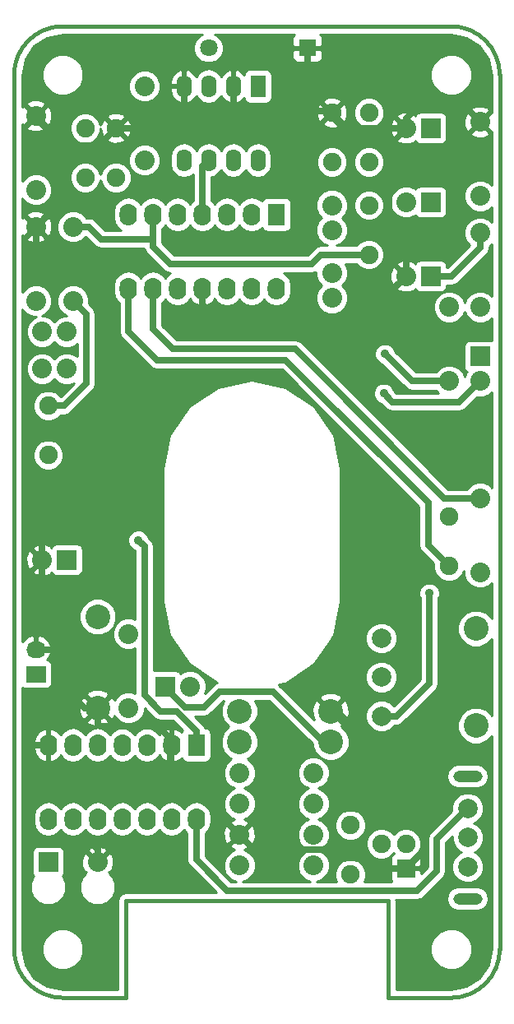
<source format=gtl>
G04 #@! TF.FileFunction,Copper,L1,Top,Signal*
%FSLAX46Y46*%
G04 Gerber Fmt 4.6, Leading zero omitted, Abs format (unit mm)*
G04 Created by KiCad (PCBNEW 4.0.2-stable) date 02/09/2016 12:40:18*
%MOMM*%
G01*
G04 APERTURE LIST*
%ADD10C,0.150000*%
%ADD11C,0.381000*%
%ADD12R,1.778000X2.286000*%
%ADD13O,1.778000X2.286000*%
%ADD14C,2.032000*%
%ADD15R,2.032000X2.032000*%
%ADD16C,2.000000*%
%ADD17O,3.000000X1.200000*%
%ADD18C,1.905000*%
%ADD19C,2.540000*%
%ADD20R,1.905000X1.905000*%
%ADD21R,1.574800X2.286000*%
%ADD22O,1.574800X2.286000*%
%ADD23R,1.800860X1.800860*%
%ADD24C,1.800860*%
%ADD25R,2.032000X1.727200*%
%ADD26O,2.032000X1.727200*%
%ADD27C,0.889000*%
%ADD28C,0.635000*%
%ADD29C,0.254000*%
G04 APERTURE END LIST*
D10*
D11*
X38750000Y250000D02*
X45250000Y250000D01*
X38750000Y10250000D02*
X38750000Y250000D01*
X11750000Y10250000D02*
X38750000Y10250000D01*
X11750000Y250000D02*
X11750000Y10250000D01*
X5250000Y250000D02*
X11750000Y250000D01*
X250000Y5250000D02*
G75*
G03X5250000Y250000I5000000J0D01*
G01*
X45250000Y250000D02*
G75*
G03X50250000Y5250000I0J5000000D01*
G01*
X50250000Y95250000D02*
G75*
G03X45250000Y100250000I-5000000J0D01*
G01*
X5250000Y100250000D02*
G75*
G03X250000Y95250000I0J-5000000D01*
G01*
X45250000Y100250000D02*
X5250000Y100250000D01*
X50250000Y5250000D02*
X50250000Y95250000D01*
X250000Y95250000D02*
X250000Y5250000D01*
D12*
X19000000Y26270000D03*
D13*
X16460000Y26270000D03*
X13920000Y26270000D03*
X11380000Y26270000D03*
X8840000Y26270000D03*
X6300000Y26270000D03*
X3760000Y26270000D03*
X3760000Y18650000D03*
X6300000Y18650000D03*
X8840000Y18650000D03*
X11380000Y18650000D03*
X13920000Y18650000D03*
X16460000Y18650000D03*
X19000000Y18650000D03*
D14*
X18360000Y32300000D03*
D15*
X15820000Y32300000D03*
X3760000Y14205000D03*
D14*
X8840000Y14205000D03*
D16*
X46965400Y16737380D03*
X46940000Y19745000D03*
X46940000Y13745000D03*
D17*
X46940000Y23045000D03*
X46940000Y10445000D03*
D15*
X43130000Y82150000D03*
D14*
X40590000Y82150000D03*
D15*
X43130000Y74530000D03*
D14*
X40590000Y74530000D03*
D18*
X36775000Y91355000D03*
X36775000Y86275000D03*
X32965000Y86275000D03*
X32965000Y91355000D03*
D15*
X43130000Y89770000D03*
D14*
X40590000Y89770000D03*
D18*
X10745000Y84690000D03*
X10745000Y89770000D03*
X7570000Y89770000D03*
X7570000Y84690000D03*
X36775000Y76750000D03*
X36775000Y81830000D03*
D14*
X32965000Y81830000D03*
X32965000Y79290000D03*
D18*
X3760000Y56115000D03*
X3760000Y61195000D03*
X34875000Y12935000D03*
X34875000Y18015000D03*
D14*
X5665000Y65005000D03*
X3125000Y65005000D03*
X5665000Y68815000D03*
X3125000Y68815000D03*
D18*
X45035000Y49765000D03*
X45035000Y44685000D03*
D15*
X5665000Y45320000D03*
D14*
X3125000Y45320000D03*
X32965000Y74845000D03*
X32965000Y72305000D03*
D19*
X8840000Y30080000D03*
X8840000Y39478000D03*
X23440000Y29760000D03*
X32838000Y29760000D03*
X23440000Y26585000D03*
X32838000Y26585000D03*
D20*
X40590000Y13570000D03*
D18*
X40590000Y16110000D03*
X38050000Y16110000D03*
D14*
X48210000Y71355000D03*
X48210000Y78975000D03*
X48210000Y82785000D03*
X48210000Y90405000D03*
X13666000Y94088000D03*
X13666000Y86468000D03*
X2490000Y83420000D03*
X2490000Y91040000D03*
X6300000Y71990000D03*
X6300000Y79610000D03*
X12015000Y30080000D03*
X12015000Y37700000D03*
X31060000Y13885000D03*
X23440000Y13885000D03*
X2490000Y71990000D03*
X2490000Y79610000D03*
X31060000Y17060000D03*
X23440000Y17060000D03*
X48210000Y44050000D03*
X48210000Y51670000D03*
X45035000Y71355000D03*
X45035000Y63735000D03*
X23440000Y23410000D03*
X31060000Y23410000D03*
X23440000Y20235000D03*
X31060000Y20235000D03*
D21*
X25350000Y94088000D03*
D22*
X22810000Y94088000D03*
X20270000Y94088000D03*
X17730000Y94088000D03*
X17730000Y86468000D03*
X20270000Y86468000D03*
X22810000Y86468000D03*
X25350000Y86468000D03*
D15*
X48210000Y66275000D03*
D14*
X48210000Y63735000D03*
D19*
X47800000Y28255000D03*
D16*
X38050000Y37255000D03*
D19*
X47800000Y38255000D03*
D16*
X38050000Y29255000D03*
X38050000Y33255000D03*
D23*
X30430000Y98025000D03*
D24*
X20270000Y98025000D03*
D25*
X2485000Y33570000D03*
D26*
X2485000Y36110000D03*
D12*
X27255000Y80880000D03*
D13*
X24715000Y80880000D03*
X22175000Y80880000D03*
X19635000Y80880000D03*
X17095000Y80880000D03*
X14555000Y80880000D03*
X12015000Y80880000D03*
X12015000Y73260000D03*
X14555000Y73260000D03*
X17095000Y73260000D03*
X19635000Y73260000D03*
X22175000Y73260000D03*
X24715000Y73260000D03*
X27255000Y73260000D03*
D27*
X43003000Y41891000D03*
X38431000Y66529000D03*
X13031000Y47352000D03*
X38304000Y62465000D03*
D28*
X19000000Y18650000D02*
X19000000Y14459000D01*
X19000000Y14459000D02*
X22175000Y11284000D01*
X22175000Y11284000D02*
X41733000Y11284000D01*
X41733000Y11284000D02*
X43765000Y13316000D01*
X43765000Y13316000D02*
X43765000Y16618000D01*
X43765000Y16618000D02*
X46965400Y19818400D01*
X19635000Y80880000D02*
X19635000Y85833000D01*
X19635000Y85833000D02*
X20270000Y86468000D01*
X19635000Y73260000D02*
X19635000Y71665000D01*
X38426000Y72432000D02*
X38426000Y72366000D01*
X36394000Y70400000D02*
X38426000Y72432000D01*
X20900000Y70400000D02*
X36394000Y70400000D01*
X19635000Y71665000D02*
X20900000Y70400000D01*
X8840000Y14205000D02*
X8840000Y15531000D01*
X3064000Y16425000D02*
X1728000Y17761000D01*
X7946000Y16425000D02*
X3064000Y16425000D01*
X8840000Y15531000D02*
X7946000Y16425000D01*
X32965000Y91355000D02*
X32965000Y90974000D01*
X32965000Y90974000D02*
X34169000Y89770000D01*
X34169000Y89770000D02*
X40590000Y89770000D01*
X38812000Y88815000D02*
X38812000Y89770000D01*
X40590000Y77832000D02*
X38812000Y79610000D01*
X38812000Y79610000D02*
X38812000Y88815000D01*
X40590000Y74530000D02*
X40590000Y77832000D01*
X38812000Y89770000D02*
X38807000Y89775000D01*
X38807000Y89775000D02*
X38807000Y89831000D01*
X38807000Y89831000D02*
X38807000Y89770000D01*
X30430000Y98025000D02*
X30430000Y91548000D01*
X30552000Y91736000D02*
X30552000Y91548000D01*
X30552000Y91670000D02*
X30552000Y91736000D01*
X30430000Y91548000D02*
X30552000Y91670000D01*
X22810000Y94088000D02*
X22810000Y91548000D01*
X22805000Y91609000D02*
X22805000Y91548000D01*
X22871000Y91609000D02*
X22805000Y91609000D01*
X22932000Y91548000D02*
X22871000Y91609000D01*
X22932000Y91670000D02*
X22932000Y91548000D01*
X22810000Y91548000D02*
X22932000Y91670000D01*
X32965000Y91355000D02*
X33473000Y91355000D01*
X24583000Y91548000D02*
X30552000Y91548000D01*
X30552000Y91548000D02*
X32772000Y91548000D01*
X22805000Y91548000D02*
X24583000Y91548000D01*
X32772000Y91548000D02*
X32965000Y91355000D01*
X8840000Y30080000D02*
X7499000Y30080000D01*
X7499000Y30080000D02*
X5279000Y32300000D01*
X2485000Y36110000D02*
X5406000Y36110000D01*
X3125000Y45320000D02*
X3125000Y40677000D01*
X1723000Y25950000D02*
X1728000Y25950000D01*
X5279000Y32300000D02*
X1723000Y28744000D01*
X1723000Y28744000D02*
X1723000Y25950000D01*
X5406000Y32427000D02*
X5279000Y32300000D01*
X5406000Y36110000D02*
X5406000Y32427000D01*
X5406000Y38396000D02*
X5406000Y36110000D01*
X3125000Y40677000D02*
X5406000Y38396000D01*
X2490000Y79610000D02*
X2490000Y77634000D01*
X3125000Y50085000D02*
X3125000Y45320000D01*
X9216000Y56176000D02*
X3125000Y50085000D01*
X9216000Y72178000D02*
X9216000Y56176000D01*
X5914000Y75480000D02*
X9216000Y72178000D01*
X4644000Y75480000D02*
X5914000Y75480000D01*
X2490000Y77634000D02*
X4644000Y75480000D01*
X32838000Y29760000D02*
X33473000Y29760000D01*
X33473000Y29760000D02*
X42490000Y20743000D01*
X42490000Y20743000D02*
X42490000Y15470000D01*
X42490000Y15470000D02*
X40590000Y13570000D01*
X40590000Y13570000D02*
X37217000Y13570000D01*
X24964000Y15536000D02*
X23440000Y17060000D01*
X35251000Y15536000D02*
X24964000Y15536000D01*
X37217000Y13570000D02*
X35251000Y15536000D01*
X23440000Y17060000D02*
X18233000Y22267000D01*
X16328000Y24172000D02*
X16328000Y26138000D01*
X18233000Y22267000D02*
X16328000Y24172000D01*
X16328000Y26138000D02*
X16460000Y26270000D01*
X8840000Y14205000D02*
X8840000Y14840000D01*
X1728000Y17761000D02*
X1728000Y25950000D01*
X1728000Y25950000D02*
X1728000Y26270000D01*
X3760000Y26270000D02*
X1728000Y26270000D01*
X16460000Y25381000D02*
X16460000Y26270000D01*
X16460000Y26270000D02*
X16460000Y26778000D01*
X16460000Y26778000D02*
X15063000Y28175000D01*
X15063000Y28175000D02*
X9094000Y28175000D01*
X9094000Y28175000D02*
X8840000Y28429000D01*
X8840000Y28429000D02*
X8840000Y30080000D01*
X38426000Y72366000D02*
X40590000Y74530000D01*
X2490000Y91040000D02*
X2490000Y90786000D01*
X2490000Y90786000D02*
X4649000Y88627000D01*
X4649000Y88627000D02*
X4649000Y81769000D01*
X4649000Y81769000D02*
X2490000Y79610000D01*
X40590000Y89770000D02*
X40590000Y90786000D01*
X40590000Y90786000D02*
X41733000Y91929000D01*
X46686000Y91929000D02*
X48210000Y90405000D01*
X41733000Y91929000D02*
X46686000Y91929000D01*
X38807000Y89770000D02*
X39320000Y89770000D01*
X39320000Y89770000D02*
X40590000Y89770000D01*
X21286000Y91548000D02*
X22805000Y91548000D01*
X17730000Y91548000D02*
X21286000Y91548000D01*
X10745000Y89770000D02*
X15952000Y89770000D01*
X17730000Y91548000D02*
X17730000Y94088000D01*
X15952000Y89770000D02*
X17730000Y91548000D01*
X2490000Y90786000D02*
X5284000Y87992000D01*
X5284000Y87992000D02*
X8967000Y87992000D01*
X8967000Y87992000D02*
X10745000Y89770000D01*
X43130000Y74530000D02*
X45289000Y74530000D01*
X48210000Y77451000D02*
X48210000Y78975000D01*
X45289000Y74530000D02*
X48210000Y77451000D01*
X36775000Y76750000D02*
X34616000Y76750000D01*
X22678000Y75800000D02*
X30872000Y75800000D01*
X16333000Y75800000D02*
X22678000Y75800000D01*
X14555000Y77578000D02*
X16333000Y75800000D01*
X14555000Y78340000D02*
X14555000Y77578000D01*
X30872000Y75800000D02*
X31822000Y76750000D01*
X31822000Y76750000D02*
X34616000Y76750000D01*
X14555000Y80880000D02*
X14555000Y78340000D01*
X6300000Y79610000D02*
X7951000Y79610000D01*
X9221000Y78340000D02*
X14555000Y78340000D01*
X7951000Y79610000D02*
X9221000Y78340000D01*
X3760000Y61195000D02*
X5411000Y61195000D01*
X7697000Y70593000D02*
X6300000Y71990000D01*
X7697000Y63481000D02*
X7697000Y70593000D01*
X5411000Y61195000D02*
X7697000Y63481000D01*
X14555000Y73260000D02*
X14555000Y69069000D01*
X44527000Y51670000D02*
X48210000Y51670000D01*
X29160000Y67037000D02*
X44527000Y51670000D01*
X16587000Y67037000D02*
X29160000Y67037000D01*
X14555000Y69069000D02*
X16587000Y67037000D01*
X27758000Y65894000D02*
X28200000Y65894000D01*
X42871000Y46849000D02*
X45035000Y44685000D01*
X42871000Y51223000D02*
X42871000Y46849000D01*
X28200000Y65894000D02*
X42871000Y51223000D01*
X12015000Y68815000D02*
X12015000Y73260000D01*
X14936000Y65894000D02*
X12015000Y68815000D01*
X27758000Y65894000D02*
X14936000Y65894000D01*
X38050000Y29255000D02*
X39638000Y29255000D01*
X43003000Y32620000D02*
X43003000Y41891000D01*
X39638000Y29255000D02*
X43003000Y32620000D01*
X41225000Y63735000D02*
X45035000Y63735000D01*
X38431000Y66529000D02*
X41225000Y63735000D01*
X19000000Y26270000D02*
X19000000Y27723000D01*
X13661000Y31411000D02*
X13661000Y46722000D01*
X15312000Y29760000D02*
X13661000Y31411000D01*
X16963000Y29760000D02*
X15312000Y29760000D01*
X19000000Y27723000D02*
X16963000Y29760000D01*
X13031000Y47352000D02*
X13661000Y46722000D01*
X15820000Y32300000D02*
X15820000Y32173000D01*
X15820000Y32173000D02*
X17852000Y30141000D01*
X17852000Y30141000D02*
X19757000Y30141000D01*
X19757000Y30141000D02*
X21408000Y31792000D01*
X21408000Y31792000D02*
X26869000Y31792000D01*
X26869000Y31792000D02*
X32076000Y26585000D01*
X32076000Y26585000D02*
X32838000Y26585000D01*
X46051000Y61576000D02*
X48210000Y63735000D01*
X39193000Y61576000D02*
X46051000Y61576000D01*
X38304000Y62465000D02*
X39193000Y61576000D01*
D29*
G36*
X19401385Y99327433D02*
X18969085Y98895887D01*
X18734837Y98331756D01*
X18734304Y97720924D01*
X18967567Y97156385D01*
X19399113Y96724085D01*
X19963244Y96489837D01*
X20574076Y96489304D01*
X21138615Y96722567D01*
X21570915Y97154113D01*
X21805163Y97718244D01*
X21805181Y97739250D01*
X28894570Y97739250D01*
X28894570Y96998260D01*
X28991243Y96764871D01*
X29169872Y96586243D01*
X29403261Y96489570D01*
X30144250Y96489570D01*
X30303000Y96648320D01*
X30303000Y97898000D01*
X30557000Y97898000D01*
X30557000Y96648320D01*
X30715750Y96489570D01*
X31456739Y96489570D01*
X31690128Y96586243D01*
X31868757Y96764871D01*
X31965430Y96998260D01*
X31965430Y97739250D01*
X31806680Y97898000D01*
X30557000Y97898000D01*
X30303000Y97898000D01*
X29053320Y97898000D01*
X28894570Y97739250D01*
X21805181Y97739250D01*
X21805696Y98329076D01*
X21572433Y98893615D01*
X21140887Y99325915D01*
X20903468Y99424500D01*
X29130615Y99424500D01*
X28991243Y99285129D01*
X28894570Y99051740D01*
X28894570Y98310750D01*
X29053320Y98152000D01*
X30303000Y98152000D01*
X30303000Y98172000D01*
X30557000Y98172000D01*
X30557000Y98152000D01*
X31806680Y98152000D01*
X31965430Y98310750D01*
X31965430Y99051740D01*
X31868757Y99285129D01*
X31729385Y99424500D01*
X45168697Y99424500D01*
X46841323Y99091794D01*
X48190382Y98190382D01*
X49091794Y96841322D01*
X49424500Y95168697D01*
X49424500Y91370618D01*
X49374107Y91389502D01*
X48389605Y90405000D01*
X49374107Y89420498D01*
X49424500Y89439382D01*
X49424500Y83905286D01*
X49146437Y84183834D01*
X48539845Y84435713D01*
X47883037Y84436286D01*
X47276005Y84185466D01*
X46811166Y83721437D01*
X46559287Y83114845D01*
X46558714Y82458037D01*
X46809534Y81851005D01*
X47273563Y81386166D01*
X47880155Y81134287D01*
X48536963Y81133714D01*
X49143995Y81384534D01*
X49424500Y81664550D01*
X49424500Y80095286D01*
X49146437Y80373834D01*
X48539845Y80625713D01*
X47883037Y80626286D01*
X47276005Y80375466D01*
X46811166Y79911437D01*
X46559287Y79304845D01*
X46558714Y78648037D01*
X46809534Y78041005D01*
X47130970Y77719008D01*
X44894462Y75482500D01*
X44793440Y75482500D01*
X44793440Y75546000D01*
X44749162Y75781317D01*
X44610090Y75997441D01*
X44397890Y76142431D01*
X44146000Y76193440D01*
X42114000Y76193440D01*
X41878683Y76149162D01*
X41662559Y76010090D01*
X41529221Y75814943D01*
X41473880Y75962622D01*
X40858358Y76191816D01*
X40201981Y76168014D01*
X39706120Y75962622D01*
X39605498Y75694107D01*
X40590000Y74709605D01*
X40604143Y74723747D01*
X40783748Y74544142D01*
X40769605Y74530000D01*
X40783748Y74515857D01*
X40604143Y74336252D01*
X40590000Y74350395D01*
X39605498Y73365893D01*
X39706120Y73097378D01*
X40321642Y72868184D01*
X40978019Y72891986D01*
X41473880Y73097378D01*
X41530419Y73248254D01*
X41649910Y73062559D01*
X41862110Y72917569D01*
X42114000Y72866560D01*
X44146000Y72866560D01*
X44381317Y72910838D01*
X44597441Y73049910D01*
X44742431Y73262110D01*
X44793440Y73514000D01*
X44793440Y73577500D01*
X45289000Y73577500D01*
X45653506Y73650005D01*
X45962519Y73856481D01*
X48883519Y76777481D01*
X49089995Y77086494D01*
X49162500Y77451000D01*
X49162500Y77593007D01*
X49424500Y77854550D01*
X49424500Y72475286D01*
X49146437Y72753834D01*
X48539845Y73005713D01*
X47883037Y73006286D01*
X47276005Y72755466D01*
X46811166Y72291437D01*
X46622346Y71836709D01*
X46435466Y72288995D01*
X45971437Y72753834D01*
X45364845Y73005713D01*
X44708037Y73006286D01*
X44101005Y72755466D01*
X43636166Y72291437D01*
X43384287Y71684845D01*
X43383714Y71028037D01*
X43634534Y70421005D01*
X44098563Y69956166D01*
X44705155Y69704287D01*
X45361963Y69703714D01*
X45968995Y69954534D01*
X46433834Y70418563D01*
X46622654Y70873291D01*
X46809534Y70421005D01*
X47273563Y69956166D01*
X47880155Y69704287D01*
X48536963Y69703714D01*
X49143995Y69954534D01*
X49424500Y70234550D01*
X49424500Y67898243D01*
X49226000Y67938440D01*
X47194000Y67938440D01*
X46958683Y67894162D01*
X46742559Y67755090D01*
X46597569Y67542890D01*
X46546560Y67291000D01*
X46546560Y65259000D01*
X46590838Y65023683D01*
X46729910Y64807559D01*
X46859100Y64719287D01*
X46811166Y64671437D01*
X46622346Y64216709D01*
X46435466Y64668995D01*
X45971437Y65133834D01*
X45364845Y65385713D01*
X44708037Y65386286D01*
X44101005Y65135466D01*
X43652257Y64687500D01*
X41619538Y64687500D01*
X39472969Y66834069D01*
X39346689Y67139689D01*
X39043286Y67443622D01*
X38646668Y67608313D01*
X38217216Y67608687D01*
X37820311Y67444689D01*
X37516378Y67141286D01*
X37351687Y66744668D01*
X37351313Y66315216D01*
X37515311Y65918311D01*
X37818714Y65614378D01*
X38126309Y65486653D01*
X40551481Y63061481D01*
X40860494Y62855005D01*
X41225000Y62782500D01*
X43653007Y62782500D01*
X43906564Y62528500D01*
X39587538Y62528500D01*
X39345969Y62770069D01*
X39219689Y63075689D01*
X38916286Y63379622D01*
X38519668Y63544313D01*
X38090216Y63544687D01*
X37693311Y63380689D01*
X37389378Y63077286D01*
X37224687Y62680668D01*
X37224313Y62251216D01*
X37388311Y61854311D01*
X37691714Y61550378D01*
X37999309Y61422653D01*
X38519481Y60902481D01*
X38828494Y60696005D01*
X39193000Y60623500D01*
X46051000Y60623500D01*
X46415506Y60696005D01*
X46724519Y60902481D01*
X47906302Y62084264D01*
X48536963Y62083714D01*
X49143995Y62334534D01*
X49424500Y62614550D01*
X49424500Y52790286D01*
X49146437Y53068834D01*
X48539845Y53320713D01*
X47883037Y53321286D01*
X47276005Y53070466D01*
X46827257Y52622500D01*
X44921538Y52622500D01*
X29833519Y67710519D01*
X29524506Y67916995D01*
X29160000Y67989500D01*
X16981538Y67989500D01*
X15507500Y69463538D01*
X15507500Y71809926D01*
X15632631Y71893536D01*
X15825000Y72181437D01*
X16017369Y71893536D01*
X16511790Y71563175D01*
X17095000Y71447167D01*
X17678210Y71563175D01*
X18172631Y71893536D01*
X18369248Y72187794D01*
X18647171Y71838567D01*
X19169122Y71549407D01*
X19271987Y71525866D01*
X19508000Y71646670D01*
X19508000Y73133000D01*
X19488000Y73133000D01*
X19488000Y73387000D01*
X19508000Y73387000D01*
X19508000Y73407000D01*
X19762000Y73407000D01*
X19762000Y73387000D01*
X19782000Y73387000D01*
X19782000Y73133000D01*
X19762000Y73133000D01*
X19762000Y71646670D01*
X19998013Y71525866D01*
X20100878Y71549407D01*
X20622829Y71838567D01*
X20900752Y72187794D01*
X21097369Y71893536D01*
X21591790Y71563175D01*
X22175000Y71447167D01*
X22758210Y71563175D01*
X23252631Y71893536D01*
X23445000Y72181437D01*
X23637369Y71893536D01*
X24131790Y71563175D01*
X24715000Y71447167D01*
X25298210Y71563175D01*
X25792631Y71893536D01*
X25985000Y72181437D01*
X26177369Y71893536D01*
X26671790Y71563175D01*
X27255000Y71447167D01*
X27838210Y71563175D01*
X28332631Y71893536D01*
X28662992Y72387957D01*
X28779000Y72971167D01*
X28779000Y73548833D01*
X28662992Y74132043D01*
X28332631Y74626464D01*
X28001827Y74847500D01*
X30872000Y74847500D01*
X31236506Y74920005D01*
X31314110Y74971858D01*
X31313714Y74518037D01*
X31564534Y73911005D01*
X31900132Y73574821D01*
X31566166Y73241437D01*
X31314287Y72634845D01*
X31313714Y71978037D01*
X31564534Y71371005D01*
X32028563Y70906166D01*
X32635155Y70654287D01*
X33291963Y70653714D01*
X33898995Y70904534D01*
X34363834Y71368563D01*
X34615713Y71975155D01*
X34616286Y72631963D01*
X34365466Y73238995D01*
X34029868Y73575179D01*
X34363834Y73908563D01*
X34615713Y74515155D01*
X34615960Y74798358D01*
X38928184Y74798358D01*
X38951986Y74141981D01*
X39157378Y73646120D01*
X39425893Y73545498D01*
X40410395Y74530000D01*
X39425893Y75514502D01*
X39157378Y75413880D01*
X38928184Y74798358D01*
X34615960Y74798358D01*
X34616286Y75171963D01*
X34365466Y75778995D01*
X34346993Y75797500D01*
X35482731Y75797500D01*
X35874579Y75404968D01*
X36457841Y75162776D01*
X37089388Y75162225D01*
X37673072Y75403398D01*
X38120032Y75849579D01*
X38362224Y76432841D01*
X38362775Y77064388D01*
X38121602Y77648072D01*
X37675421Y78095032D01*
X37092159Y78337224D01*
X36460612Y78337775D01*
X35876928Y78096602D01*
X35482138Y77702500D01*
X33446337Y77702500D01*
X33898995Y77889534D01*
X34363834Y78353563D01*
X34615713Y78960155D01*
X34616286Y79616963D01*
X34365466Y80223995D01*
X34029868Y80560179D01*
X34363834Y80893563D01*
X34615713Y81500155D01*
X34615726Y81515612D01*
X35187225Y81515612D01*
X35428398Y80931928D01*
X35874579Y80484968D01*
X36457841Y80242776D01*
X37089388Y80242225D01*
X37673072Y80483398D01*
X38120032Y80929579D01*
X38362224Y81512841D01*
X38362494Y81823037D01*
X38938714Y81823037D01*
X39189534Y81216005D01*
X39653563Y80751166D01*
X40260155Y80499287D01*
X40916963Y80498714D01*
X41523995Y80749534D01*
X41574421Y80799872D01*
X41649910Y80682559D01*
X41862110Y80537569D01*
X42114000Y80486560D01*
X44146000Y80486560D01*
X44381317Y80530838D01*
X44597441Y80669910D01*
X44742431Y80882110D01*
X44793440Y81134000D01*
X44793440Y83166000D01*
X44749162Y83401317D01*
X44610090Y83617441D01*
X44397890Y83762431D01*
X44146000Y83813440D01*
X42114000Y83813440D01*
X41878683Y83769162D01*
X41662559Y83630090D01*
X41574287Y83500900D01*
X41526437Y83548834D01*
X40919845Y83800713D01*
X40263037Y83801286D01*
X39656005Y83550466D01*
X39191166Y83086437D01*
X38939287Y82479845D01*
X38938714Y81823037D01*
X38362494Y81823037D01*
X38362775Y82144388D01*
X38121602Y82728072D01*
X37675421Y83175032D01*
X37092159Y83417224D01*
X36460612Y83417775D01*
X35876928Y83176602D01*
X35429968Y82730421D01*
X35187776Y82147159D01*
X35187225Y81515612D01*
X34615726Y81515612D01*
X34616286Y82156963D01*
X34365466Y82763995D01*
X33901437Y83228834D01*
X33294845Y83480713D01*
X32638037Y83481286D01*
X32031005Y83230466D01*
X31566166Y82766437D01*
X31314287Y82159845D01*
X31313714Y81503037D01*
X31564534Y80896005D01*
X31900132Y80559821D01*
X31566166Y80226437D01*
X31314287Y79619845D01*
X31313714Y78963037D01*
X31564534Y78356005D01*
X32028563Y77891166D01*
X32482921Y77702500D01*
X31822000Y77702500D01*
X31457494Y77629995D01*
X31148481Y77423519D01*
X30477462Y76752500D01*
X16727538Y76752500D01*
X15507500Y77972538D01*
X15507500Y79429926D01*
X15632631Y79513536D01*
X15825000Y79801437D01*
X16017369Y79513536D01*
X16511790Y79183175D01*
X17095000Y79067167D01*
X17678210Y79183175D01*
X18172631Y79513536D01*
X18365000Y79801437D01*
X18557369Y79513536D01*
X19051790Y79183175D01*
X19635000Y79067167D01*
X20218210Y79183175D01*
X20712631Y79513536D01*
X20905000Y79801437D01*
X21097369Y79513536D01*
X21591790Y79183175D01*
X22175000Y79067167D01*
X22758210Y79183175D01*
X23252631Y79513536D01*
X23445000Y79801437D01*
X23637369Y79513536D01*
X24131790Y79183175D01*
X24715000Y79067167D01*
X25298210Y79183175D01*
X25766462Y79496051D01*
X25901910Y79285559D01*
X26114110Y79140569D01*
X26366000Y79089560D01*
X28144000Y79089560D01*
X28379317Y79133838D01*
X28595441Y79272910D01*
X28740431Y79485110D01*
X28791440Y79737000D01*
X28791440Y82023000D01*
X28747162Y82258317D01*
X28608090Y82474441D01*
X28395890Y82619431D01*
X28144000Y82670440D01*
X26366000Y82670440D01*
X26130683Y82626162D01*
X25914559Y82487090D01*
X25769569Y82274890D01*
X25767247Y82263425D01*
X25298210Y82576825D01*
X24715000Y82692833D01*
X24131790Y82576825D01*
X23637369Y82246464D01*
X23445000Y81958563D01*
X23252631Y82246464D01*
X22758210Y82576825D01*
X22175000Y82692833D01*
X21591790Y82576825D01*
X21097369Y82246464D01*
X20905000Y81958563D01*
X20712631Y82246464D01*
X20587500Y82330074D01*
X20587500Y84718322D01*
X20814329Y84763441D01*
X21275789Y85071778D01*
X21540000Y85467199D01*
X21804211Y85071778D01*
X22265671Y84763441D01*
X22810000Y84655167D01*
X23354329Y84763441D01*
X23815789Y85071778D01*
X24080000Y85467199D01*
X24344211Y85071778D01*
X24805671Y84763441D01*
X25350000Y84655167D01*
X25894329Y84763441D01*
X26355789Y85071778D01*
X26664126Y85533238D01*
X26749136Y85960612D01*
X31377225Y85960612D01*
X31618398Y85376928D01*
X32064579Y84929968D01*
X32647841Y84687776D01*
X33279388Y84687225D01*
X33863072Y84928398D01*
X34310032Y85374579D01*
X34552224Y85957841D01*
X34552226Y85960612D01*
X35187225Y85960612D01*
X35428398Y85376928D01*
X35874579Y84929968D01*
X36457841Y84687776D01*
X37089388Y84687225D01*
X37673072Y84928398D01*
X38120032Y85374579D01*
X38362224Y85957841D01*
X38362775Y86589388D01*
X38121602Y87173072D01*
X37675421Y87620032D01*
X37092159Y87862224D01*
X36460612Y87862775D01*
X35876928Y87621602D01*
X35429968Y87175421D01*
X35187776Y86592159D01*
X35187225Y85960612D01*
X34552226Y85960612D01*
X34552775Y86589388D01*
X34311602Y87173072D01*
X33865421Y87620032D01*
X33282159Y87862224D01*
X32650612Y87862775D01*
X32066928Y87621602D01*
X31619968Y87175421D01*
X31377776Y86592159D01*
X31377225Y85960612D01*
X26749136Y85960612D01*
X26772400Y86077567D01*
X26772400Y86858433D01*
X26664126Y87402762D01*
X26355789Y87864222D01*
X25894329Y88172559D01*
X25350000Y88280833D01*
X24805671Y88172559D01*
X24344211Y87864222D01*
X24080000Y87468801D01*
X23815789Y87864222D01*
X23354329Y88172559D01*
X22810000Y88280833D01*
X22265671Y88172559D01*
X21804211Y87864222D01*
X21540000Y87468801D01*
X21275789Y87864222D01*
X20814329Y88172559D01*
X20270000Y88280833D01*
X19725671Y88172559D01*
X19264211Y87864222D01*
X19000000Y87468801D01*
X18735789Y87864222D01*
X18274329Y88172559D01*
X17730000Y88280833D01*
X17185671Y88172559D01*
X16724211Y87864222D01*
X16415874Y87402762D01*
X16307600Y86858433D01*
X16307600Y86077567D01*
X16415874Y85533238D01*
X16724211Y85071778D01*
X17185671Y84763441D01*
X17730000Y84655167D01*
X18274329Y84763441D01*
X18682500Y85036172D01*
X18682500Y82330074D01*
X18557369Y82246464D01*
X18365000Y81958563D01*
X18172631Y82246464D01*
X17678210Y82576825D01*
X17095000Y82692833D01*
X16511790Y82576825D01*
X16017369Y82246464D01*
X15825000Y81958563D01*
X15632631Y82246464D01*
X15138210Y82576825D01*
X14555000Y82692833D01*
X13971790Y82576825D01*
X13477369Y82246464D01*
X13285000Y81958563D01*
X13092631Y82246464D01*
X12598210Y82576825D01*
X12015000Y82692833D01*
X11431790Y82576825D01*
X10937369Y82246464D01*
X10607008Y81752043D01*
X10491000Y81168833D01*
X10491000Y80591167D01*
X10607008Y80007957D01*
X10937369Y79513536D01*
X11268173Y79292500D01*
X9615538Y79292500D01*
X8624519Y80283519D01*
X8315506Y80489995D01*
X7951000Y80562500D01*
X7681993Y80562500D01*
X7236437Y81008834D01*
X6629845Y81260713D01*
X5973037Y81261286D01*
X5366005Y81010466D01*
X4901166Y80546437D01*
X4649287Y79939845D01*
X4648714Y79283037D01*
X4899534Y78676005D01*
X5363563Y78211166D01*
X5970155Y77959287D01*
X6626963Y77958714D01*
X7233995Y78209534D01*
X7619547Y78594415D01*
X8547481Y77666481D01*
X8856494Y77460005D01*
X9221000Y77387500D01*
X13640393Y77387500D01*
X13675005Y77213494D01*
X13881481Y76904481D01*
X15659481Y75126481D01*
X15968494Y74920005D01*
X16333000Y74847500D01*
X16348173Y74847500D01*
X16017369Y74626464D01*
X15825000Y74338563D01*
X15632631Y74626464D01*
X15138210Y74956825D01*
X14555000Y75072833D01*
X13971790Y74956825D01*
X13477369Y74626464D01*
X13285000Y74338563D01*
X13092631Y74626464D01*
X12598210Y74956825D01*
X12015000Y75072833D01*
X11431790Y74956825D01*
X10937369Y74626464D01*
X10607008Y74132043D01*
X10491000Y73548833D01*
X10491000Y72971167D01*
X10607008Y72387957D01*
X10937369Y71893536D01*
X11062500Y71809926D01*
X11062500Y68815000D01*
X11135005Y68450494D01*
X11341481Y68141481D01*
X14262481Y65220481D01*
X14571494Y65014005D01*
X14936000Y64941500D01*
X27805462Y64941500D01*
X41918500Y50828462D01*
X41918500Y46849000D01*
X41991005Y46484494D01*
X42197481Y46175481D01*
X43447709Y44925253D01*
X43447225Y44370612D01*
X43688398Y43786928D01*
X44134579Y43339968D01*
X44717841Y43097776D01*
X45349388Y43097225D01*
X45933072Y43338398D01*
X46380032Y43784579D01*
X46559144Y44215928D01*
X46558714Y43723037D01*
X46809534Y43116005D01*
X47273563Y42651166D01*
X47880155Y42399287D01*
X48536963Y42398714D01*
X49143995Y42649534D01*
X49424500Y42929550D01*
X49424500Y39311926D01*
X49415922Y39332686D01*
X48880505Y39869039D01*
X48180590Y40159668D01*
X47422735Y40160330D01*
X46722314Y39870922D01*
X46185961Y39335505D01*
X45895332Y38635590D01*
X45894670Y37877735D01*
X46184078Y37177314D01*
X46719495Y36640961D01*
X47419410Y36350332D01*
X48177265Y36349670D01*
X48877686Y36639078D01*
X49414039Y37174495D01*
X49424500Y37199688D01*
X49424500Y29311926D01*
X49415922Y29332686D01*
X48880505Y29869039D01*
X48180590Y30159668D01*
X47422735Y30160330D01*
X46722314Y29870922D01*
X46185961Y29335505D01*
X45895332Y28635590D01*
X45894670Y27877735D01*
X46184078Y27177314D01*
X46719495Y26640961D01*
X47419410Y26350332D01*
X48177265Y26349670D01*
X48877686Y26639078D01*
X49414039Y27174495D01*
X49424500Y27199688D01*
X49424500Y5331303D01*
X49091794Y3658678D01*
X48190382Y2309618D01*
X46841323Y1408206D01*
X45168697Y1075500D01*
X39575500Y1075500D01*
X39575500Y4827185D01*
X43114630Y4827185D01*
X43438980Y4042200D01*
X44039041Y3441091D01*
X44823459Y3115372D01*
X45672815Y3114630D01*
X46457800Y3438980D01*
X47058909Y4039041D01*
X47384628Y4823459D01*
X47385370Y5672815D01*
X47061020Y6457800D01*
X46460959Y7058909D01*
X45676541Y7384628D01*
X44827185Y7385370D01*
X44042200Y7061020D01*
X43441091Y6460959D01*
X43115372Y5676541D01*
X43114630Y4827185D01*
X39575500Y4827185D01*
X39575500Y10250000D01*
X39559289Y10331500D01*
X41733000Y10331500D01*
X42097506Y10404005D01*
X42158859Y10445000D01*
X44763173Y10445000D01*
X44857182Y9972386D01*
X45124896Y9571723D01*
X45525559Y9304009D01*
X45998173Y9210000D01*
X47881827Y9210000D01*
X48354441Y9304009D01*
X48755104Y9571723D01*
X49022818Y9972386D01*
X49116827Y10445000D01*
X49022818Y10917614D01*
X48755104Y11318277D01*
X48354441Y11585991D01*
X47881827Y11680000D01*
X45998173Y11680000D01*
X45525559Y11585991D01*
X45124896Y11318277D01*
X44857182Y10917614D01*
X44763173Y10445000D01*
X42158859Y10445000D01*
X42406519Y10610481D01*
X44438519Y12642481D01*
X44644995Y12951494D01*
X44717500Y13316000D01*
X44717500Y16223462D01*
X45330485Y16836447D01*
X45330116Y16413585D01*
X45578506Y15812437D01*
X46038037Y15352102D01*
X46292390Y15246486D01*
X46015057Y15131894D01*
X45554722Y14672363D01*
X45305284Y14071648D01*
X45304716Y13421205D01*
X45553106Y12820057D01*
X46012637Y12359722D01*
X46613352Y12110284D01*
X47263795Y12109716D01*
X47864943Y12358106D01*
X48325278Y12817637D01*
X48574716Y13418352D01*
X48575284Y14068795D01*
X48326894Y14669943D01*
X47867363Y15130278D01*
X47613010Y15235894D01*
X47890343Y15350486D01*
X48350678Y15810017D01*
X48600116Y16410732D01*
X48600684Y17061175D01*
X48352294Y17662323D01*
X47892763Y18122658D01*
X47594677Y18246434D01*
X47864943Y18358106D01*
X48325278Y18817637D01*
X48574716Y19418352D01*
X48575284Y20068795D01*
X48326894Y20669943D01*
X47867363Y21130278D01*
X47266648Y21379716D01*
X46616205Y21380284D01*
X46015057Y21131894D01*
X45554722Y20672363D01*
X45305284Y20071648D01*
X45304789Y19504827D01*
X43091481Y17291519D01*
X42885005Y16982506D01*
X42812500Y16618000D01*
X42812500Y13710538D01*
X42177500Y13075538D01*
X42177500Y13284250D01*
X42018750Y13443000D01*
X40717000Y13443000D01*
X40717000Y13423000D01*
X40463000Y13423000D01*
X40463000Y13443000D01*
X39161250Y13443000D01*
X39002500Y13284250D01*
X39002500Y12491191D01*
X39099173Y12257802D01*
X39120475Y12236500D01*
X36303877Y12236500D01*
X36462224Y12617841D01*
X36462775Y13249388D01*
X36221602Y13833072D01*
X35775421Y14280032D01*
X35192159Y14522224D01*
X34560612Y14522775D01*
X33976928Y14281602D01*
X33529968Y13835421D01*
X33287776Y13252159D01*
X33287225Y12620612D01*
X33445937Y12236500D01*
X31393706Y12236500D01*
X31993995Y12484534D01*
X32458834Y12948563D01*
X32710713Y13555155D01*
X32711286Y14211963D01*
X32460466Y14818995D01*
X31996437Y15283834D01*
X31541709Y15472654D01*
X31993995Y15659534D01*
X32130310Y15795612D01*
X36462225Y15795612D01*
X36703398Y15211928D01*
X37149579Y14764968D01*
X37732841Y14522776D01*
X38364388Y14522225D01*
X38948072Y14763398D01*
X39320257Y15134935D01*
X39360175Y15094947D01*
X39277801Y15060827D01*
X39099173Y14882198D01*
X39002500Y14648809D01*
X39002500Y13855750D01*
X39161250Y13697000D01*
X40463000Y13697000D01*
X40463000Y13717000D01*
X40717000Y13717000D01*
X40717000Y13697000D01*
X42018750Y13697000D01*
X42177500Y13855750D01*
X42177500Y14648809D01*
X42080827Y14882198D01*
X41902199Y15060827D01*
X41820090Y15094838D01*
X41935032Y15209579D01*
X42177224Y15792841D01*
X42177775Y16424388D01*
X41936602Y17008072D01*
X41490421Y17455032D01*
X40907159Y17697224D01*
X40275612Y17697775D01*
X39691928Y17456602D01*
X39319743Y17085065D01*
X38950421Y17455032D01*
X38367159Y17697224D01*
X37735612Y17697775D01*
X37151928Y17456602D01*
X36704968Y17010421D01*
X36462776Y16427159D01*
X36462225Y15795612D01*
X32130310Y15795612D01*
X32458834Y16123563D01*
X32710713Y16730155D01*
X32711286Y17386963D01*
X32581690Y17700612D01*
X33287225Y17700612D01*
X33528398Y17116928D01*
X33974579Y16669968D01*
X34557841Y16427776D01*
X35189388Y16427225D01*
X35773072Y16668398D01*
X36220032Y17114579D01*
X36462224Y17697841D01*
X36462775Y18329388D01*
X36221602Y18913072D01*
X35775421Y19360032D01*
X35192159Y19602224D01*
X34560612Y19602775D01*
X33976928Y19361602D01*
X33529968Y18915421D01*
X33287776Y18332159D01*
X33287225Y17700612D01*
X32581690Y17700612D01*
X32460466Y17993995D01*
X31996437Y18458834D01*
X31541709Y18647654D01*
X31993995Y18834534D01*
X32458834Y19298563D01*
X32710713Y19905155D01*
X32711286Y20561963D01*
X32460466Y21168995D01*
X31996437Y21633834D01*
X31541709Y21822654D01*
X31993995Y22009534D01*
X32458834Y22473563D01*
X32696115Y23045000D01*
X44763173Y23045000D01*
X44857182Y22572386D01*
X45124896Y22171723D01*
X45525559Y21904009D01*
X45998173Y21810000D01*
X47881827Y21810000D01*
X48354441Y21904009D01*
X48755104Y22171723D01*
X49022818Y22572386D01*
X49116827Y23045000D01*
X49022818Y23517614D01*
X48755104Y23918277D01*
X48354441Y24185991D01*
X47881827Y24280000D01*
X45998173Y24280000D01*
X45525559Y24185991D01*
X45124896Y23918277D01*
X44857182Y23517614D01*
X44763173Y23045000D01*
X32696115Y23045000D01*
X32710713Y23080155D01*
X32711286Y23736963D01*
X32460466Y24343995D01*
X31996437Y24808834D01*
X31389845Y25060713D01*
X30733037Y25061286D01*
X30126005Y24810466D01*
X29661166Y24346437D01*
X29409287Y23739845D01*
X29408714Y23083037D01*
X29659534Y22476005D01*
X30123563Y22011166D01*
X30578291Y21822346D01*
X30126005Y21635466D01*
X29661166Y21171437D01*
X29409287Y20564845D01*
X29408714Y19908037D01*
X29659534Y19301005D01*
X30123563Y18836166D01*
X30578291Y18647346D01*
X30126005Y18460466D01*
X29661166Y17996437D01*
X29409287Y17389845D01*
X29408714Y16733037D01*
X29659534Y16126005D01*
X30123563Y15661166D01*
X30578291Y15472346D01*
X30126005Y15285466D01*
X29661166Y14821437D01*
X29409287Y14214845D01*
X29408714Y13558037D01*
X29659534Y12951005D01*
X30123563Y12486166D01*
X30724826Y12236500D01*
X23773706Y12236500D01*
X24373995Y12484534D01*
X24838834Y12948563D01*
X25090713Y13555155D01*
X25091286Y14211963D01*
X24840466Y14818995D01*
X24376437Y15283834D01*
X23936008Y15466716D01*
X24323880Y15627378D01*
X24424502Y15895893D01*
X23440000Y16880395D01*
X22455498Y15895893D01*
X22556120Y15627378D01*
X22965013Y15475124D01*
X22506005Y15285466D01*
X22041166Y14821437D01*
X21789287Y14214845D01*
X21788714Y13558037D01*
X22039534Y12951005D01*
X22503563Y12486166D01*
X23104826Y12236500D01*
X22569538Y12236500D01*
X19952500Y14853538D01*
X19952500Y17199926D01*
X20077631Y17283536D01*
X20107580Y17328358D01*
X21778184Y17328358D01*
X21801986Y16671981D01*
X22007378Y16176120D01*
X22275893Y16075498D01*
X23260395Y17060000D01*
X23619605Y17060000D01*
X24604107Y16075498D01*
X24872622Y16176120D01*
X25101816Y16791642D01*
X25078014Y17448019D01*
X24872622Y17943880D01*
X24604107Y18044502D01*
X23619605Y17060000D01*
X23260395Y17060000D01*
X22275893Y18044502D01*
X22007378Y17943880D01*
X21778184Y17328358D01*
X20107580Y17328358D01*
X20407992Y17777957D01*
X20524000Y18361167D01*
X20524000Y18938833D01*
X20407992Y19522043D01*
X20077631Y20016464D01*
X19583210Y20346825D01*
X19000000Y20462833D01*
X18416790Y20346825D01*
X17922369Y20016464D01*
X17730000Y19728563D01*
X17537631Y20016464D01*
X17043210Y20346825D01*
X16460000Y20462833D01*
X15876790Y20346825D01*
X15382369Y20016464D01*
X15190000Y19728563D01*
X14997631Y20016464D01*
X14503210Y20346825D01*
X13920000Y20462833D01*
X13336790Y20346825D01*
X12842369Y20016464D01*
X12650000Y19728563D01*
X12457631Y20016464D01*
X11963210Y20346825D01*
X11380000Y20462833D01*
X10796790Y20346825D01*
X10302369Y20016464D01*
X10110000Y19728563D01*
X9917631Y20016464D01*
X9423210Y20346825D01*
X8840000Y20462833D01*
X8256790Y20346825D01*
X7762369Y20016464D01*
X7570000Y19728563D01*
X7377631Y20016464D01*
X6883210Y20346825D01*
X6300000Y20462833D01*
X5716790Y20346825D01*
X5222369Y20016464D01*
X5030000Y19728563D01*
X4837631Y20016464D01*
X4343210Y20346825D01*
X3760000Y20462833D01*
X3176790Y20346825D01*
X2682369Y20016464D01*
X2352008Y19522043D01*
X2236000Y18938833D01*
X2236000Y18361167D01*
X2352008Y17777957D01*
X2682369Y17283536D01*
X3176790Y16953175D01*
X3760000Y16837167D01*
X4343210Y16953175D01*
X4837631Y17283536D01*
X5030000Y17571437D01*
X5222369Y17283536D01*
X5716790Y16953175D01*
X6300000Y16837167D01*
X6883210Y16953175D01*
X7377631Y17283536D01*
X7570000Y17571437D01*
X7762369Y17283536D01*
X8256790Y16953175D01*
X8840000Y16837167D01*
X9423210Y16953175D01*
X9917631Y17283536D01*
X10110000Y17571437D01*
X10302369Y17283536D01*
X10796790Y16953175D01*
X11380000Y16837167D01*
X11963210Y16953175D01*
X12457631Y17283536D01*
X12650000Y17571437D01*
X12842369Y17283536D01*
X13336790Y16953175D01*
X13920000Y16837167D01*
X14503210Y16953175D01*
X14997631Y17283536D01*
X15190000Y17571437D01*
X15382369Y17283536D01*
X15876790Y16953175D01*
X16460000Y16837167D01*
X17043210Y16953175D01*
X17537631Y17283536D01*
X17730000Y17571437D01*
X17922369Y17283536D01*
X18047500Y17199926D01*
X18047500Y14459000D01*
X18120005Y14094494D01*
X18326481Y13785481D01*
X21036462Y11075500D01*
X11750000Y11075500D01*
X11434095Y11012663D01*
X11166283Y10833717D01*
X10987337Y10565905D01*
X10924500Y10250000D01*
X10924500Y1075500D01*
X5331303Y1075500D01*
X3658678Y1408206D01*
X2309618Y2309618D01*
X1408206Y3658677D01*
X1175776Y4827185D01*
X3114630Y4827185D01*
X3438980Y4042200D01*
X4039041Y3441091D01*
X4823459Y3115372D01*
X5672815Y3114630D01*
X6457800Y3438980D01*
X7058909Y4039041D01*
X7384628Y4823459D01*
X7385370Y5672815D01*
X7061020Y6457800D01*
X6460959Y7058909D01*
X5676541Y7384628D01*
X4827185Y7385370D01*
X4042200Y7061020D01*
X3441091Y6460959D01*
X3115372Y5676541D01*
X3114630Y4827185D01*
X1175776Y4827185D01*
X1075500Y5331303D01*
X1075500Y11301597D01*
X1924682Y11301597D01*
X2203455Y10626914D01*
X2719199Y10110270D01*
X3393395Y9830319D01*
X4123403Y9829682D01*
X4798086Y10108455D01*
X5314730Y10624199D01*
X5594681Y11298395D01*
X5594683Y11301597D01*
X7004682Y11301597D01*
X7283455Y10626914D01*
X7799199Y10110270D01*
X8473395Y9830319D01*
X9203403Y9829682D01*
X9878086Y10108455D01*
X10394730Y10624199D01*
X10674681Y11298395D01*
X10675318Y12028403D01*
X10396545Y12703086D01*
X10056157Y13044067D01*
X10118349Y13106259D01*
X10004109Y13220499D01*
X10272622Y13321120D01*
X10501816Y13936642D01*
X10478014Y14593019D01*
X10272622Y15088880D01*
X10004107Y15189502D01*
X9019605Y14205000D01*
X9033748Y14190857D01*
X8854143Y14011252D01*
X8840000Y14025395D01*
X8825858Y14011252D01*
X8646253Y14190857D01*
X8660395Y14205000D01*
X7675893Y15189502D01*
X7407378Y15088880D01*
X7178184Y14473358D01*
X7201986Y13816981D01*
X7407378Y13321120D01*
X7675891Y13220499D01*
X7561651Y13106259D01*
X7623985Y13043925D01*
X7285270Y12705801D01*
X7005319Y12031605D01*
X7004682Y11301597D01*
X5594683Y11301597D01*
X5595318Y12028403D01*
X5316545Y12703086D01*
X5254795Y12764944D01*
X5372431Y12937110D01*
X5423440Y13189000D01*
X5423440Y15221000D01*
X5395572Y15369107D01*
X7855498Y15369107D01*
X8840000Y14384605D01*
X9824502Y15369107D01*
X9723880Y15637622D01*
X9108358Y15866816D01*
X8451981Y15843014D01*
X7956120Y15637622D01*
X7855498Y15369107D01*
X5395572Y15369107D01*
X5379162Y15456317D01*
X5240090Y15672441D01*
X5027890Y15817431D01*
X4776000Y15868440D01*
X2744000Y15868440D01*
X2508683Y15824162D01*
X2292559Y15685090D01*
X2147569Y15472890D01*
X2096560Y15221000D01*
X2096560Y13189000D01*
X2140838Y12953683D01*
X2263160Y12763590D01*
X2205270Y12705801D01*
X1925319Y12031605D01*
X1924682Y11301597D01*
X1075500Y11301597D01*
X1075500Y26143000D01*
X2236000Y26143000D01*
X2236000Y25889000D01*
X2400608Y25315458D01*
X2772171Y24848567D01*
X3294122Y24559407D01*
X3396987Y24535866D01*
X3633000Y24656670D01*
X3633000Y26143000D01*
X2236000Y26143000D01*
X1075500Y26143000D01*
X1075500Y26651000D01*
X2236000Y26651000D01*
X2236000Y26397000D01*
X3633000Y26397000D01*
X3633000Y27883330D01*
X3887000Y27883330D01*
X3887000Y26397000D01*
X3907000Y26397000D01*
X3907000Y26143000D01*
X3887000Y26143000D01*
X3887000Y24656670D01*
X4123013Y24535866D01*
X4225878Y24559407D01*
X4747829Y24848567D01*
X5025752Y25197794D01*
X5222369Y24903536D01*
X5716790Y24573175D01*
X6300000Y24457167D01*
X6883210Y24573175D01*
X7377631Y24903536D01*
X7570000Y25191437D01*
X7762369Y24903536D01*
X8256790Y24573175D01*
X8840000Y24457167D01*
X9423210Y24573175D01*
X9917631Y24903536D01*
X10110000Y25191437D01*
X10302369Y24903536D01*
X10796790Y24573175D01*
X11380000Y24457167D01*
X11963210Y24573175D01*
X12457631Y24903536D01*
X12650000Y25191437D01*
X12842369Y24903536D01*
X13336790Y24573175D01*
X13920000Y24457167D01*
X14503210Y24573175D01*
X14997631Y24903536D01*
X15194248Y25197794D01*
X15472171Y24848567D01*
X15994122Y24559407D01*
X16096987Y24535866D01*
X16333000Y24656670D01*
X16333000Y26143000D01*
X16313000Y26143000D01*
X16313000Y26397000D01*
X16333000Y26397000D01*
X16333000Y27883330D01*
X16096987Y28004134D01*
X15994122Y27980593D01*
X15472171Y27691433D01*
X15194248Y27342206D01*
X14997631Y27636464D01*
X14503210Y27966825D01*
X13920000Y28082833D01*
X13336790Y27966825D01*
X12842369Y27636464D01*
X12650000Y27348563D01*
X12457631Y27636464D01*
X11963210Y27966825D01*
X11380000Y28082833D01*
X10796790Y27966825D01*
X10302369Y27636464D01*
X10110000Y27348563D01*
X9917631Y27636464D01*
X9423210Y27966825D01*
X8840000Y28082833D01*
X8256790Y27966825D01*
X7762369Y27636464D01*
X7570000Y27348563D01*
X7377631Y27636464D01*
X6883210Y27966825D01*
X6300000Y28082833D01*
X5716790Y27966825D01*
X5222369Y27636464D01*
X5025752Y27342206D01*
X4747829Y27691433D01*
X4225878Y27980593D01*
X4123013Y28004134D01*
X3887000Y27883330D01*
X3633000Y27883330D01*
X3396987Y28004134D01*
X3294122Y27980593D01*
X2772171Y27691433D01*
X2400608Y27224542D01*
X2236000Y26651000D01*
X1075500Y26651000D01*
X1075500Y28732223D01*
X7671828Y28732223D01*
X7803520Y28437343D01*
X8511036Y28165739D01*
X9268632Y28185564D01*
X9876480Y28437343D01*
X10008172Y28732223D01*
X8840000Y29900395D01*
X7671828Y28732223D01*
X1075500Y28732223D01*
X1075500Y30408964D01*
X6925739Y30408964D01*
X6945564Y29651368D01*
X7197343Y29043520D01*
X7492223Y28911828D01*
X8660395Y30080000D01*
X9019605Y30080000D01*
X10187777Y28911828D01*
X10482657Y29043520D01*
X10566566Y29262098D01*
X10614534Y29146005D01*
X11078563Y28681166D01*
X11685155Y28429287D01*
X12341963Y28428714D01*
X12948995Y28679534D01*
X13413834Y29143563D01*
X13665713Y29750155D01*
X13665982Y30058980D01*
X14638481Y29086481D01*
X14947494Y28880005D01*
X15312000Y28807500D01*
X16568462Y28807500D01*
X17594333Y27781629D01*
X17514569Y27664890D01*
X17505316Y27619197D01*
X17447829Y27691433D01*
X16925878Y27980593D01*
X16823013Y28004134D01*
X16587000Y27883330D01*
X16587000Y26397000D01*
X16607000Y26397000D01*
X16607000Y26143000D01*
X16587000Y26143000D01*
X16587000Y24656670D01*
X16823013Y24535866D01*
X16925878Y24559407D01*
X17447829Y24848567D01*
X17502924Y24917797D01*
X17507838Y24891683D01*
X17646910Y24675559D01*
X17859110Y24530569D01*
X18111000Y24479560D01*
X19889000Y24479560D01*
X20124317Y24523838D01*
X20340441Y24662910D01*
X20485431Y24875110D01*
X20536440Y25127000D01*
X20536440Y27413000D01*
X20492162Y27648317D01*
X20353090Y27864441D01*
X20140890Y28009431D01*
X19889000Y28060440D01*
X19885379Y28060440D01*
X19879995Y28087506D01*
X19673519Y28396519D01*
X18881538Y29188500D01*
X19757000Y29188500D01*
X20121506Y29261005D01*
X20430519Y29467481D01*
X21802538Y30839500D01*
X21825544Y30839500D01*
X21535332Y30140590D01*
X21534670Y29382735D01*
X21824078Y28682314D01*
X22333422Y28172080D01*
X21825961Y27665505D01*
X21535332Y26965590D01*
X21534670Y26207735D01*
X21824078Y25507314D01*
X22359495Y24970961D01*
X22626304Y24860173D01*
X22506005Y24810466D01*
X22041166Y24346437D01*
X21789287Y23739845D01*
X21788714Y23083037D01*
X22039534Y22476005D01*
X22503563Y22011166D01*
X22958291Y21822346D01*
X22506005Y21635466D01*
X22041166Y21171437D01*
X21789287Y20564845D01*
X21788714Y19908037D01*
X22039534Y19301005D01*
X22503563Y18836166D01*
X22943992Y18653284D01*
X22556120Y18492622D01*
X22455498Y18224107D01*
X23440000Y17239605D01*
X24424502Y18224107D01*
X24323880Y18492622D01*
X23914987Y18644876D01*
X24373995Y18834534D01*
X24838834Y19298563D01*
X25090713Y19905155D01*
X25091286Y20561963D01*
X24840466Y21168995D01*
X24376437Y21633834D01*
X23921709Y21822654D01*
X24373995Y22009534D01*
X24838834Y22473563D01*
X25090713Y23080155D01*
X25091286Y23736963D01*
X24840466Y24343995D01*
X24376437Y24808834D01*
X24253456Y24859900D01*
X24517686Y24969078D01*
X25054039Y25504495D01*
X25344668Y26204410D01*
X25345330Y26962265D01*
X25055922Y27662686D01*
X24546578Y28172920D01*
X25054039Y28679495D01*
X25344668Y29379410D01*
X25345330Y30137265D01*
X25055922Y30837686D01*
X25054111Y30839500D01*
X26474462Y30839500D01*
X30932821Y26381141D01*
X30932670Y26207735D01*
X31222078Y25507314D01*
X31757495Y24970961D01*
X32457410Y24680332D01*
X33215265Y24679670D01*
X33915686Y24969078D01*
X34452039Y25504495D01*
X34742668Y26204410D01*
X34743330Y26962265D01*
X34453922Y27662686D01*
X33918505Y28199039D01*
X33912145Y28201680D01*
X34006172Y28412223D01*
X32838000Y29580395D01*
X32823858Y29566252D01*
X32644253Y29745857D01*
X32658395Y29760000D01*
X33017605Y29760000D01*
X34185777Y28591828D01*
X34480657Y28723520D01*
X34560383Y28931205D01*
X36414716Y28931205D01*
X36663106Y28330057D01*
X37122637Y27869722D01*
X37723352Y27620284D01*
X38373795Y27619716D01*
X38974943Y27868106D01*
X39410097Y28302500D01*
X39638000Y28302500D01*
X40002506Y28375005D01*
X40311519Y28581481D01*
X43676519Y31946481D01*
X43882995Y32255494D01*
X43955500Y32620000D01*
X43955500Y41369934D01*
X44082313Y41675332D01*
X44082687Y42104784D01*
X43918689Y42501689D01*
X43615286Y42805622D01*
X43218668Y42970313D01*
X42789216Y42970687D01*
X42392311Y42806689D01*
X42088378Y42503286D01*
X41923687Y42106668D01*
X41923313Y41677216D01*
X42050500Y41369400D01*
X42050500Y33014538D01*
X39326496Y30290534D01*
X38977363Y30640278D01*
X38376648Y30889716D01*
X37726205Y30890284D01*
X37125057Y30641894D01*
X36664722Y30182363D01*
X36415284Y29581648D01*
X36414716Y28931205D01*
X34560383Y28931205D01*
X34752261Y29431036D01*
X34732436Y30188632D01*
X34480657Y30796480D01*
X34185777Y30928172D01*
X33017605Y29760000D01*
X32658395Y29760000D01*
X31490223Y30928172D01*
X31195343Y30796480D01*
X30923739Y30088964D01*
X30943564Y29331368D01*
X31132287Y28875751D01*
X28900261Y31107777D01*
X31669828Y31107777D01*
X32838000Y29939605D01*
X34006172Y31107777D01*
X33874480Y31402657D01*
X33166964Y31674261D01*
X32409368Y31654436D01*
X31801520Y31402657D01*
X31669828Y31107777D01*
X28900261Y31107777D01*
X27542519Y32465519D01*
X27524526Y32477541D01*
X28210813Y32614052D01*
X28685465Y32931205D01*
X36414716Y32931205D01*
X36663106Y32330057D01*
X37122637Y31869722D01*
X37723352Y31620284D01*
X38373795Y31619716D01*
X38974943Y31868106D01*
X39435278Y32327637D01*
X39684716Y32928352D01*
X39685284Y33578795D01*
X39436894Y34179943D01*
X38977363Y34640278D01*
X38376648Y34889716D01*
X37726205Y34890284D01*
X37125057Y34641894D01*
X36664722Y34182363D01*
X36415284Y33581648D01*
X36414716Y32931205D01*
X28685465Y32931205D01*
X31174420Y34594272D01*
X32735909Y36931205D01*
X36414716Y36931205D01*
X36663106Y36330057D01*
X37122637Y35869722D01*
X37723352Y35620284D01*
X38373795Y35619716D01*
X38974943Y35868106D01*
X39435278Y36327637D01*
X39684716Y36928352D01*
X39685284Y37578795D01*
X39436894Y38179943D01*
X38977363Y38640278D01*
X38376648Y38889716D01*
X37726205Y38890284D01*
X37125057Y38641894D01*
X36664722Y38182363D01*
X36415284Y37581648D01*
X36414716Y36931205D01*
X32735909Y36931205D01*
X33154640Y37557879D01*
X33850000Y41053692D01*
X33850000Y54666308D01*
X33154640Y58162121D01*
X31174420Y61125728D01*
X28210813Y63105948D01*
X24715000Y63801308D01*
X21219187Y63105948D01*
X18255580Y61125728D01*
X16275360Y58162121D01*
X15580000Y54666308D01*
X15580000Y41053692D01*
X16275360Y37557879D01*
X18255580Y34594272D01*
X21112058Y32685633D01*
X21043494Y32671995D01*
X20842217Y32537506D01*
X20734481Y32465519D01*
X19848525Y31579563D01*
X20010713Y31970155D01*
X20011286Y32626963D01*
X19760466Y33233995D01*
X19296437Y33698834D01*
X18689845Y33950713D01*
X18033037Y33951286D01*
X17426005Y33700466D01*
X17375579Y33650128D01*
X17300090Y33767441D01*
X17087890Y33912431D01*
X16836000Y33963440D01*
X14804000Y33963440D01*
X14613500Y33927595D01*
X14613500Y46722000D01*
X14540995Y47086506D01*
X14456136Y47213506D01*
X14334520Y47395519D01*
X14072968Y47657070D01*
X13946689Y47962689D01*
X13643286Y48266622D01*
X13246668Y48431313D01*
X12817216Y48431687D01*
X12420311Y48267689D01*
X12116378Y47964286D01*
X11951687Y47567668D01*
X11951313Y47138216D01*
X12115311Y46741311D01*
X12418714Y46437378D01*
X12708500Y46317048D01*
X12708500Y39199710D01*
X12344845Y39350713D01*
X11688037Y39351286D01*
X11081005Y39100466D01*
X10616166Y38636437D01*
X10364287Y38029845D01*
X10363714Y37373037D01*
X10614534Y36766005D01*
X11078563Y36301166D01*
X11685155Y36049287D01*
X12341963Y36048714D01*
X12708500Y36200164D01*
X12708500Y31579710D01*
X12344845Y31730713D01*
X11688037Y31731286D01*
X11081005Y31480466D01*
X10616166Y31016437D01*
X10570074Y30905436D01*
X10482657Y31116480D01*
X10187777Y31248172D01*
X9019605Y30080000D01*
X8660395Y30080000D01*
X7492223Y31248172D01*
X7197343Y31116480D01*
X6925739Y30408964D01*
X1075500Y30408964D01*
X1075500Y31427777D01*
X7671828Y31427777D01*
X8840000Y30259605D01*
X10008172Y31427777D01*
X9876480Y31722657D01*
X9168964Y31994261D01*
X8411368Y31974436D01*
X7803520Y31722657D01*
X7671828Y31427777D01*
X1075500Y31427777D01*
X1075500Y32206727D01*
X1217110Y32109969D01*
X1469000Y32058960D01*
X3501000Y32058960D01*
X3736317Y32103238D01*
X3952441Y32242310D01*
X4097431Y32454510D01*
X4148440Y32706400D01*
X4148440Y34433600D01*
X4104162Y34668917D01*
X3965090Y34885041D01*
X3752890Y35030031D01*
X3658073Y35049232D01*
X3835732Y35207964D01*
X4089709Y35735209D01*
X4092358Y35750974D01*
X3971217Y35983000D01*
X2612000Y35983000D01*
X2612000Y35963000D01*
X2358000Y35963000D01*
X2358000Y35983000D01*
X2338000Y35983000D01*
X2338000Y36237000D01*
X2358000Y36237000D01*
X2358000Y37450924D01*
X2612000Y37450924D01*
X2612000Y36237000D01*
X3971217Y36237000D01*
X4092358Y36469026D01*
X4089709Y36484791D01*
X3835732Y37012036D01*
X3399320Y37401954D01*
X2846913Y37595184D01*
X2612000Y37450924D01*
X2358000Y37450924D01*
X2123087Y37595184D01*
X1570680Y37401954D01*
X1134268Y37012036D01*
X1075500Y36890036D01*
X1075500Y39100735D01*
X6934670Y39100735D01*
X7224078Y38400314D01*
X7759495Y37863961D01*
X8459410Y37573332D01*
X9217265Y37572670D01*
X9917686Y37862078D01*
X10454039Y38397495D01*
X10744668Y39097410D01*
X10745330Y39855265D01*
X10455922Y40555686D01*
X9920505Y41092039D01*
X9220590Y41382668D01*
X8462735Y41383330D01*
X7762314Y41093922D01*
X7225961Y40558505D01*
X6935332Y39858590D01*
X6934670Y39100735D01*
X1075500Y39100735D01*
X1075500Y45588358D01*
X1463184Y45588358D01*
X1486986Y44931981D01*
X1692378Y44436120D01*
X1960893Y44335498D01*
X2945395Y45320000D01*
X1960893Y46304502D01*
X1692378Y46203880D01*
X1463184Y45588358D01*
X1075500Y45588358D01*
X1075500Y46484107D01*
X2140498Y46484107D01*
X3125000Y45499605D01*
X3139143Y45513747D01*
X3318748Y45334142D01*
X3304605Y45320000D01*
X3318748Y45305857D01*
X3139143Y45126252D01*
X3125000Y45140395D01*
X2140498Y44155893D01*
X2241120Y43887378D01*
X2856642Y43658184D01*
X3513019Y43681986D01*
X4008880Y43887378D01*
X4065419Y44038254D01*
X4184910Y43852559D01*
X4397110Y43707569D01*
X4649000Y43656560D01*
X6681000Y43656560D01*
X6916317Y43700838D01*
X7132441Y43839910D01*
X7277431Y44052110D01*
X7328440Y44304000D01*
X7328440Y46336000D01*
X7284162Y46571317D01*
X7145090Y46787441D01*
X6932890Y46932431D01*
X6681000Y46983440D01*
X4649000Y46983440D01*
X4413683Y46939162D01*
X4197559Y46800090D01*
X4064221Y46604943D01*
X4008880Y46752622D01*
X3393358Y46981816D01*
X2736981Y46958014D01*
X2241120Y46752622D01*
X2140498Y46484107D01*
X1075500Y46484107D01*
X1075500Y55800612D01*
X2172225Y55800612D01*
X2413398Y55216928D01*
X2859579Y54769968D01*
X3442841Y54527776D01*
X4074388Y54527225D01*
X4658072Y54768398D01*
X5105032Y55214579D01*
X5347224Y55797841D01*
X5347775Y56429388D01*
X5106602Y57013072D01*
X4660421Y57460032D01*
X4077159Y57702224D01*
X3445612Y57702775D01*
X2861928Y57461602D01*
X2414968Y57015421D01*
X2172776Y56432159D01*
X2172225Y55800612D01*
X1075500Y55800612D01*
X1075500Y71089970D01*
X1089534Y71056005D01*
X1553563Y70591166D01*
X2160155Y70339287D01*
X2489979Y70338999D01*
X2191005Y70215466D01*
X1726166Y69751437D01*
X1474287Y69144845D01*
X1473714Y68488037D01*
X1724534Y67881005D01*
X2188563Y67416166D01*
X2795155Y67164287D01*
X3451963Y67163714D01*
X4058995Y67414534D01*
X4395179Y67750132D01*
X4728563Y67416166D01*
X5335155Y67164287D01*
X5991963Y67163714D01*
X6598995Y67414534D01*
X6744500Y67559785D01*
X6744500Y66260521D01*
X6601437Y66403834D01*
X5994845Y66655713D01*
X5338037Y66656286D01*
X4731005Y66405466D01*
X4394821Y66069868D01*
X4061437Y66403834D01*
X3454845Y66655713D01*
X2798037Y66656286D01*
X2191005Y66405466D01*
X1726166Y65941437D01*
X1474287Y65334845D01*
X1473714Y64678037D01*
X1724534Y64071005D01*
X2188563Y63606166D01*
X2795155Y63354287D01*
X3451963Y63353714D01*
X4058995Y63604534D01*
X4395179Y63940132D01*
X4728563Y63606166D01*
X5335155Y63354287D01*
X5991963Y63353714D01*
X6385128Y63516166D01*
X5034381Y62165419D01*
X4660421Y62540032D01*
X4077159Y62782224D01*
X3445612Y62782775D01*
X2861928Y62541602D01*
X2414968Y62095421D01*
X2172776Y61512159D01*
X2172225Y60880612D01*
X2413398Y60296928D01*
X2859579Y59849968D01*
X3442841Y59607776D01*
X4074388Y59607225D01*
X4658072Y59848398D01*
X5052862Y60242500D01*
X5411000Y60242500D01*
X5775506Y60315005D01*
X6084519Y60521481D01*
X8370519Y62807481D01*
X8576995Y63116494D01*
X8649500Y63481000D01*
X8649500Y70593000D01*
X8576995Y70957506D01*
X8370519Y71266519D01*
X7950736Y71686302D01*
X7951286Y72316963D01*
X7700466Y72923995D01*
X7236437Y73388834D01*
X6629845Y73640713D01*
X5973037Y73641286D01*
X5366005Y73390466D01*
X4901166Y72926437D01*
X4649287Y72319845D01*
X4648714Y71663037D01*
X4899534Y71056005D01*
X5363563Y70591166D01*
X5664994Y70466001D01*
X5338037Y70466286D01*
X4731005Y70215466D01*
X4394821Y69879868D01*
X4061437Y70213834D01*
X3454845Y70465713D01*
X3125021Y70466001D01*
X3423995Y70589534D01*
X3888834Y71053563D01*
X4140713Y71660155D01*
X4141286Y72316963D01*
X3890466Y72923995D01*
X3426437Y73388834D01*
X2819845Y73640713D01*
X2163037Y73641286D01*
X1556005Y73390466D01*
X1091166Y72926437D01*
X1075500Y72888709D01*
X1075500Y78445893D01*
X1505498Y78445893D01*
X1606120Y78177378D01*
X2221642Y77948184D01*
X2878019Y77971986D01*
X3373880Y78177378D01*
X3474502Y78445893D01*
X2490000Y79430395D01*
X1505498Y78445893D01*
X1075500Y78445893D01*
X1075500Y78719329D01*
X1325893Y78625498D01*
X2310395Y79610000D01*
X2669605Y79610000D01*
X3654107Y78625498D01*
X3922622Y78726120D01*
X4151816Y79341642D01*
X4128014Y79998019D01*
X3922622Y80493880D01*
X3654107Y80594502D01*
X2669605Y79610000D01*
X2310395Y79610000D01*
X1325893Y80594502D01*
X1075500Y80500671D01*
X1075500Y80774107D01*
X1505498Y80774107D01*
X2490000Y79789605D01*
X3474502Y80774107D01*
X3373880Y81042622D01*
X2758358Y81271816D01*
X2101981Y81248014D01*
X1606120Y81042622D01*
X1505498Y80774107D01*
X1075500Y80774107D01*
X1075500Y82519970D01*
X1089534Y82486005D01*
X1553563Y82021166D01*
X2160155Y81769287D01*
X2816963Y81768714D01*
X3423995Y82019534D01*
X3888834Y82483563D01*
X4140713Y83090155D01*
X4141286Y83746963D01*
X3890466Y84353995D01*
X3868887Y84375612D01*
X5982225Y84375612D01*
X6223398Y83791928D01*
X6669579Y83344968D01*
X7252841Y83102776D01*
X7884388Y83102225D01*
X8468072Y83343398D01*
X8915032Y83789579D01*
X9157224Y84372841D01*
X9157226Y84375609D01*
X9398398Y83791928D01*
X9844579Y83344968D01*
X10427841Y83102776D01*
X11059388Y83102225D01*
X11643072Y83343398D01*
X12090032Y83789579D01*
X12332224Y84372841D01*
X12332775Y85004388D01*
X12091602Y85588072D01*
X11645421Y86035032D01*
X11390134Y86141037D01*
X12014714Y86141037D01*
X12265534Y85534005D01*
X12729563Y85069166D01*
X13336155Y84817287D01*
X13992963Y84816714D01*
X14599995Y85067534D01*
X15064834Y85531563D01*
X15316713Y86138155D01*
X15317286Y86794963D01*
X15066466Y87401995D01*
X14602437Y87866834D01*
X13995845Y88118713D01*
X13339037Y88119286D01*
X12732005Y87868466D01*
X12267166Y87404437D01*
X12015287Y86797845D01*
X12014714Y86141037D01*
X11390134Y86141037D01*
X11062159Y86277224D01*
X10430612Y86277775D01*
X9846928Y86036602D01*
X9399968Y85590421D01*
X9157776Y85007159D01*
X9157774Y85004391D01*
X8916602Y85588072D01*
X8470421Y86035032D01*
X7887159Y86277224D01*
X7255612Y86277775D01*
X6671928Y86036602D01*
X6224968Y85590421D01*
X5982776Y85007159D01*
X5982225Y84375612D01*
X3868887Y84375612D01*
X3426437Y84818834D01*
X2819845Y85070713D01*
X2163037Y85071286D01*
X1556005Y84820466D01*
X1091166Y84356437D01*
X1075500Y84318709D01*
X1075500Y89875893D01*
X1505498Y89875893D01*
X1606120Y89607378D01*
X2221642Y89378184D01*
X2878019Y89401986D01*
X3007483Y89455612D01*
X5982225Y89455612D01*
X6223398Y88871928D01*
X6669579Y88424968D01*
X7252841Y88182776D01*
X7884388Y88182225D01*
X8468072Y88423398D01*
X8696913Y88651841D01*
X9806446Y88651841D01*
X9899288Y88389912D01*
X10491801Y88171325D01*
X11122861Y88196122D01*
X11590712Y88389912D01*
X11683554Y88651841D01*
X10745000Y89590395D01*
X9806446Y88651841D01*
X8696913Y88651841D01*
X8915032Y88869579D01*
X9157224Y89452841D01*
X9157474Y89739466D01*
X9171122Y89392139D01*
X9364912Y88924288D01*
X9626841Y88831446D01*
X10565395Y89770000D01*
X10924605Y89770000D01*
X11863159Y88831446D01*
X12125088Y88924288D01*
X12343675Y89516801D01*
X12318878Y90147861D01*
X12282022Y90236841D01*
X32026446Y90236841D01*
X32119288Y89974912D01*
X32711801Y89756325D01*
X33342861Y89781122D01*
X33810712Y89974912D01*
X33903554Y90236841D01*
X32965000Y91175395D01*
X32026446Y90236841D01*
X12282022Y90236841D01*
X12125088Y90615712D01*
X11863159Y90708554D01*
X10924605Y89770000D01*
X10565395Y89770000D01*
X9626841Y90708554D01*
X9364912Y90615712D01*
X9157749Y90054164D01*
X9157775Y90084388D01*
X8916602Y90668072D01*
X8696899Y90888159D01*
X9806446Y90888159D01*
X10745000Y89949605D01*
X11683554Y90888159D01*
X11590712Y91150088D01*
X10998199Y91368675D01*
X10367139Y91343878D01*
X9899288Y91150088D01*
X9806446Y90888159D01*
X8696899Y90888159D01*
X8470421Y91115032D01*
X7887159Y91357224D01*
X7255612Y91357775D01*
X6671928Y91116602D01*
X6224968Y90670421D01*
X5982776Y90087159D01*
X5982225Y89455612D01*
X3007483Y89455612D01*
X3373880Y89607378D01*
X3474502Y89875893D01*
X2490000Y90860395D01*
X1505498Y89875893D01*
X1075500Y89875893D01*
X1075500Y90149329D01*
X1325893Y90055498D01*
X2310395Y91040000D01*
X2669605Y91040000D01*
X3654107Y90055498D01*
X3922622Y90156120D01*
X4151816Y90771642D01*
X4128014Y91428019D01*
X4053382Y91608199D01*
X31366325Y91608199D01*
X31391122Y90977139D01*
X31584912Y90509288D01*
X31846841Y90416446D01*
X32785395Y91355000D01*
X33144605Y91355000D01*
X34083159Y90416446D01*
X34345088Y90509288D01*
X34541101Y91040612D01*
X35187225Y91040612D01*
X35428398Y90456928D01*
X35874579Y90009968D01*
X36457841Y89767776D01*
X37089388Y89767225D01*
X37673072Y90008398D01*
X37703084Y90038358D01*
X38928184Y90038358D01*
X38951986Y89381981D01*
X39157378Y88886120D01*
X39425893Y88785498D01*
X40410395Y89770000D01*
X39425893Y90754502D01*
X39157378Y90653880D01*
X38928184Y90038358D01*
X37703084Y90038358D01*
X38120032Y90454579D01*
X38319149Y90934107D01*
X39605498Y90934107D01*
X40590000Y89949605D01*
X40604143Y89963747D01*
X40783748Y89784142D01*
X40769605Y89770000D01*
X40783748Y89755857D01*
X40604143Y89576252D01*
X40590000Y89590395D01*
X39605498Y88605893D01*
X39706120Y88337378D01*
X40321642Y88108184D01*
X40978019Y88131986D01*
X41473880Y88337378D01*
X41530419Y88488254D01*
X41649910Y88302559D01*
X41862110Y88157569D01*
X42114000Y88106560D01*
X44146000Y88106560D01*
X44381317Y88150838D01*
X44597441Y88289910D01*
X44742431Y88502110D01*
X44793440Y88754000D01*
X44793440Y89240893D01*
X47225498Y89240893D01*
X47326120Y88972378D01*
X47941642Y88743184D01*
X48598019Y88766986D01*
X49093880Y88972378D01*
X49194502Y89240893D01*
X48210000Y90225395D01*
X47225498Y89240893D01*
X44793440Y89240893D01*
X44793440Y90673358D01*
X46548184Y90673358D01*
X46571986Y90016981D01*
X46777378Y89521120D01*
X47045893Y89420498D01*
X48030395Y90405000D01*
X47045893Y91389502D01*
X46777378Y91288880D01*
X46548184Y90673358D01*
X44793440Y90673358D01*
X44793440Y90786000D01*
X44749162Y91021317D01*
X44610090Y91237441D01*
X44397890Y91382431D01*
X44146000Y91433440D01*
X42114000Y91433440D01*
X41878683Y91389162D01*
X41662559Y91250090D01*
X41529221Y91054943D01*
X41473880Y91202622D01*
X40858358Y91431816D01*
X40201981Y91408014D01*
X39706120Y91202622D01*
X39605498Y90934107D01*
X38319149Y90934107D01*
X38362224Y91037841D01*
X38362687Y91569107D01*
X47225498Y91569107D01*
X48210000Y90584605D01*
X49194502Y91569107D01*
X49093880Y91837622D01*
X48478358Y92066816D01*
X47821981Y92043014D01*
X47326120Y91837622D01*
X47225498Y91569107D01*
X38362687Y91569107D01*
X38362775Y91669388D01*
X38121602Y92253072D01*
X37675421Y92700032D01*
X37092159Y92942224D01*
X36460612Y92942775D01*
X35876928Y92701602D01*
X35429968Y92255421D01*
X35187776Y91672159D01*
X35187225Y91040612D01*
X34541101Y91040612D01*
X34563675Y91101801D01*
X34538878Y91732861D01*
X34345088Y92200712D01*
X34083159Y92293554D01*
X33144605Y91355000D01*
X32785395Y91355000D01*
X31846841Y92293554D01*
X31584912Y92200712D01*
X31366325Y91608199D01*
X4053382Y91608199D01*
X3922622Y91923880D01*
X3654107Y92024502D01*
X2669605Y91040000D01*
X2310395Y91040000D01*
X1325893Y92024502D01*
X1075500Y91930671D01*
X1075500Y92204107D01*
X1505498Y92204107D01*
X2490000Y91219605D01*
X3474502Y92204107D01*
X3373880Y92472622D01*
X2758358Y92701816D01*
X2101981Y92678014D01*
X1606120Y92472622D01*
X1505498Y92204107D01*
X1075500Y92204107D01*
X1075500Y94827185D01*
X3114630Y94827185D01*
X3438980Y94042200D01*
X4039041Y93441091D01*
X4823459Y93115372D01*
X5672815Y93114630D01*
X6457800Y93438980D01*
X6780419Y93761037D01*
X12014714Y93761037D01*
X12265534Y93154005D01*
X12729563Y92689166D01*
X13336155Y92437287D01*
X13992963Y92436714D01*
X14599995Y92687534D01*
X15064834Y93151563D01*
X15316713Y93758155D01*
X15316889Y93961000D01*
X16307600Y93961000D01*
X16307600Y93605400D01*
X16464475Y93070738D01*
X16814014Y92636809D01*
X17303004Y92369673D01*
X17382940Y92352990D01*
X17603000Y92475148D01*
X17603000Y93961000D01*
X16307600Y93961000D01*
X15316889Y93961000D01*
X15317286Y94414963D01*
X15252979Y94570600D01*
X16307600Y94570600D01*
X16307600Y94215000D01*
X17603000Y94215000D01*
X17603000Y95700852D01*
X17857000Y95700852D01*
X17857000Y94215000D01*
X17877000Y94215000D01*
X17877000Y93961000D01*
X17857000Y93961000D01*
X17857000Y92475148D01*
X18077060Y92352990D01*
X18156996Y92369673D01*
X18645986Y92636809D01*
X18995525Y93070738D01*
X19000246Y93086830D01*
X19264211Y92691778D01*
X19725671Y92383441D01*
X20270000Y92275167D01*
X20814329Y92383441D01*
X21275789Y92691778D01*
X21539754Y93086830D01*
X21544475Y93070738D01*
X21894014Y92636809D01*
X22383004Y92369673D01*
X22462940Y92352990D01*
X22683000Y92475148D01*
X22683000Y93961000D01*
X22663000Y93961000D01*
X22663000Y94215000D01*
X22683000Y94215000D01*
X22683000Y95700852D01*
X22937000Y95700852D01*
X22937000Y94215000D01*
X22957000Y94215000D01*
X22957000Y93961000D01*
X22937000Y93961000D01*
X22937000Y92475148D01*
X23157060Y92352990D01*
X23236996Y92369673D01*
X23725986Y92636809D01*
X23926347Y92885544D01*
X23959438Y92709683D01*
X24098510Y92493559D01*
X24310710Y92348569D01*
X24562600Y92297560D01*
X26137400Y92297560D01*
X26372717Y92341838D01*
X26576795Y92473159D01*
X32026446Y92473159D01*
X32965000Y91534605D01*
X33903554Y92473159D01*
X33810712Y92735088D01*
X33218199Y92953675D01*
X32587139Y92928878D01*
X32119288Y92735088D01*
X32026446Y92473159D01*
X26576795Y92473159D01*
X26588841Y92480910D01*
X26733831Y92693110D01*
X26784840Y92945000D01*
X26784840Y94827185D01*
X43114630Y94827185D01*
X43438980Y94042200D01*
X44039041Y93441091D01*
X44823459Y93115372D01*
X45672815Y93114630D01*
X46457800Y93438980D01*
X47058909Y94039041D01*
X47384628Y94823459D01*
X47385370Y95672815D01*
X47061020Y96457800D01*
X46460959Y97058909D01*
X45676541Y97384628D01*
X44827185Y97385370D01*
X44042200Y97061020D01*
X43441091Y96460959D01*
X43115372Y95676541D01*
X43114630Y94827185D01*
X26784840Y94827185D01*
X26784840Y95231000D01*
X26740562Y95466317D01*
X26601490Y95682441D01*
X26389290Y95827431D01*
X26137400Y95878440D01*
X24562600Y95878440D01*
X24327283Y95834162D01*
X24111159Y95695090D01*
X23966169Y95482890D01*
X23927029Y95289610D01*
X23725986Y95539191D01*
X23236996Y95806327D01*
X23157060Y95823010D01*
X22937000Y95700852D01*
X22683000Y95700852D01*
X22462940Y95823010D01*
X22383004Y95806327D01*
X21894014Y95539191D01*
X21544475Y95105262D01*
X21539754Y95089170D01*
X21275789Y95484222D01*
X20814329Y95792559D01*
X20270000Y95900833D01*
X19725671Y95792559D01*
X19264211Y95484222D01*
X19000246Y95089170D01*
X18995525Y95105262D01*
X18645986Y95539191D01*
X18156996Y95806327D01*
X18077060Y95823010D01*
X17857000Y95700852D01*
X17603000Y95700852D01*
X17382940Y95823010D01*
X17303004Y95806327D01*
X16814014Y95539191D01*
X16464475Y95105262D01*
X16307600Y94570600D01*
X15252979Y94570600D01*
X15066466Y95021995D01*
X14602437Y95486834D01*
X13995845Y95738713D01*
X13339037Y95739286D01*
X12732005Y95488466D01*
X12267166Y95024437D01*
X12015287Y94417845D01*
X12014714Y93761037D01*
X6780419Y93761037D01*
X7058909Y94039041D01*
X7384628Y94823459D01*
X7385370Y95672815D01*
X7061020Y96457800D01*
X6460959Y97058909D01*
X5676541Y97384628D01*
X4827185Y97385370D01*
X4042200Y97061020D01*
X3441091Y96460959D01*
X3115372Y95676541D01*
X3114630Y94827185D01*
X1075500Y94827185D01*
X1075500Y95168697D01*
X1408206Y96841323D01*
X2309618Y98190382D01*
X3658678Y99091794D01*
X5331303Y99424500D01*
X19636305Y99424500D01*
X19401385Y99327433D01*
X19401385Y99327433D01*
G37*
X19401385Y99327433D02*
X18969085Y98895887D01*
X18734837Y98331756D01*
X18734304Y97720924D01*
X18967567Y97156385D01*
X19399113Y96724085D01*
X19963244Y96489837D01*
X20574076Y96489304D01*
X21138615Y96722567D01*
X21570915Y97154113D01*
X21805163Y97718244D01*
X21805181Y97739250D01*
X28894570Y97739250D01*
X28894570Y96998260D01*
X28991243Y96764871D01*
X29169872Y96586243D01*
X29403261Y96489570D01*
X30144250Y96489570D01*
X30303000Y96648320D01*
X30303000Y97898000D01*
X30557000Y97898000D01*
X30557000Y96648320D01*
X30715750Y96489570D01*
X31456739Y96489570D01*
X31690128Y96586243D01*
X31868757Y96764871D01*
X31965430Y96998260D01*
X31965430Y97739250D01*
X31806680Y97898000D01*
X30557000Y97898000D01*
X30303000Y97898000D01*
X29053320Y97898000D01*
X28894570Y97739250D01*
X21805181Y97739250D01*
X21805696Y98329076D01*
X21572433Y98893615D01*
X21140887Y99325915D01*
X20903468Y99424500D01*
X29130615Y99424500D01*
X28991243Y99285129D01*
X28894570Y99051740D01*
X28894570Y98310750D01*
X29053320Y98152000D01*
X30303000Y98152000D01*
X30303000Y98172000D01*
X30557000Y98172000D01*
X30557000Y98152000D01*
X31806680Y98152000D01*
X31965430Y98310750D01*
X31965430Y99051740D01*
X31868757Y99285129D01*
X31729385Y99424500D01*
X45168697Y99424500D01*
X46841323Y99091794D01*
X48190382Y98190382D01*
X49091794Y96841322D01*
X49424500Y95168697D01*
X49424500Y91370618D01*
X49374107Y91389502D01*
X48389605Y90405000D01*
X49374107Y89420498D01*
X49424500Y89439382D01*
X49424500Y83905286D01*
X49146437Y84183834D01*
X48539845Y84435713D01*
X47883037Y84436286D01*
X47276005Y84185466D01*
X46811166Y83721437D01*
X46559287Y83114845D01*
X46558714Y82458037D01*
X46809534Y81851005D01*
X47273563Y81386166D01*
X47880155Y81134287D01*
X48536963Y81133714D01*
X49143995Y81384534D01*
X49424500Y81664550D01*
X49424500Y80095286D01*
X49146437Y80373834D01*
X48539845Y80625713D01*
X47883037Y80626286D01*
X47276005Y80375466D01*
X46811166Y79911437D01*
X46559287Y79304845D01*
X46558714Y78648037D01*
X46809534Y78041005D01*
X47130970Y77719008D01*
X44894462Y75482500D01*
X44793440Y75482500D01*
X44793440Y75546000D01*
X44749162Y75781317D01*
X44610090Y75997441D01*
X44397890Y76142431D01*
X44146000Y76193440D01*
X42114000Y76193440D01*
X41878683Y76149162D01*
X41662559Y76010090D01*
X41529221Y75814943D01*
X41473880Y75962622D01*
X40858358Y76191816D01*
X40201981Y76168014D01*
X39706120Y75962622D01*
X39605498Y75694107D01*
X40590000Y74709605D01*
X40604143Y74723747D01*
X40783748Y74544142D01*
X40769605Y74530000D01*
X40783748Y74515857D01*
X40604143Y74336252D01*
X40590000Y74350395D01*
X39605498Y73365893D01*
X39706120Y73097378D01*
X40321642Y72868184D01*
X40978019Y72891986D01*
X41473880Y73097378D01*
X41530419Y73248254D01*
X41649910Y73062559D01*
X41862110Y72917569D01*
X42114000Y72866560D01*
X44146000Y72866560D01*
X44381317Y72910838D01*
X44597441Y73049910D01*
X44742431Y73262110D01*
X44793440Y73514000D01*
X44793440Y73577500D01*
X45289000Y73577500D01*
X45653506Y73650005D01*
X45962519Y73856481D01*
X48883519Y76777481D01*
X49089995Y77086494D01*
X49162500Y77451000D01*
X49162500Y77593007D01*
X49424500Y77854550D01*
X49424500Y72475286D01*
X49146437Y72753834D01*
X48539845Y73005713D01*
X47883037Y73006286D01*
X47276005Y72755466D01*
X46811166Y72291437D01*
X46622346Y71836709D01*
X46435466Y72288995D01*
X45971437Y72753834D01*
X45364845Y73005713D01*
X44708037Y73006286D01*
X44101005Y72755466D01*
X43636166Y72291437D01*
X43384287Y71684845D01*
X43383714Y71028037D01*
X43634534Y70421005D01*
X44098563Y69956166D01*
X44705155Y69704287D01*
X45361963Y69703714D01*
X45968995Y69954534D01*
X46433834Y70418563D01*
X46622654Y70873291D01*
X46809534Y70421005D01*
X47273563Y69956166D01*
X47880155Y69704287D01*
X48536963Y69703714D01*
X49143995Y69954534D01*
X49424500Y70234550D01*
X49424500Y67898243D01*
X49226000Y67938440D01*
X47194000Y67938440D01*
X46958683Y67894162D01*
X46742559Y67755090D01*
X46597569Y67542890D01*
X46546560Y67291000D01*
X46546560Y65259000D01*
X46590838Y65023683D01*
X46729910Y64807559D01*
X46859100Y64719287D01*
X46811166Y64671437D01*
X46622346Y64216709D01*
X46435466Y64668995D01*
X45971437Y65133834D01*
X45364845Y65385713D01*
X44708037Y65386286D01*
X44101005Y65135466D01*
X43652257Y64687500D01*
X41619538Y64687500D01*
X39472969Y66834069D01*
X39346689Y67139689D01*
X39043286Y67443622D01*
X38646668Y67608313D01*
X38217216Y67608687D01*
X37820311Y67444689D01*
X37516378Y67141286D01*
X37351687Y66744668D01*
X37351313Y66315216D01*
X37515311Y65918311D01*
X37818714Y65614378D01*
X38126309Y65486653D01*
X40551481Y63061481D01*
X40860494Y62855005D01*
X41225000Y62782500D01*
X43653007Y62782500D01*
X43906564Y62528500D01*
X39587538Y62528500D01*
X39345969Y62770069D01*
X39219689Y63075689D01*
X38916286Y63379622D01*
X38519668Y63544313D01*
X38090216Y63544687D01*
X37693311Y63380689D01*
X37389378Y63077286D01*
X37224687Y62680668D01*
X37224313Y62251216D01*
X37388311Y61854311D01*
X37691714Y61550378D01*
X37999309Y61422653D01*
X38519481Y60902481D01*
X38828494Y60696005D01*
X39193000Y60623500D01*
X46051000Y60623500D01*
X46415506Y60696005D01*
X46724519Y60902481D01*
X47906302Y62084264D01*
X48536963Y62083714D01*
X49143995Y62334534D01*
X49424500Y62614550D01*
X49424500Y52790286D01*
X49146437Y53068834D01*
X48539845Y53320713D01*
X47883037Y53321286D01*
X47276005Y53070466D01*
X46827257Y52622500D01*
X44921538Y52622500D01*
X29833519Y67710519D01*
X29524506Y67916995D01*
X29160000Y67989500D01*
X16981538Y67989500D01*
X15507500Y69463538D01*
X15507500Y71809926D01*
X15632631Y71893536D01*
X15825000Y72181437D01*
X16017369Y71893536D01*
X16511790Y71563175D01*
X17095000Y71447167D01*
X17678210Y71563175D01*
X18172631Y71893536D01*
X18369248Y72187794D01*
X18647171Y71838567D01*
X19169122Y71549407D01*
X19271987Y71525866D01*
X19508000Y71646670D01*
X19508000Y73133000D01*
X19488000Y73133000D01*
X19488000Y73387000D01*
X19508000Y73387000D01*
X19508000Y73407000D01*
X19762000Y73407000D01*
X19762000Y73387000D01*
X19782000Y73387000D01*
X19782000Y73133000D01*
X19762000Y73133000D01*
X19762000Y71646670D01*
X19998013Y71525866D01*
X20100878Y71549407D01*
X20622829Y71838567D01*
X20900752Y72187794D01*
X21097369Y71893536D01*
X21591790Y71563175D01*
X22175000Y71447167D01*
X22758210Y71563175D01*
X23252631Y71893536D01*
X23445000Y72181437D01*
X23637369Y71893536D01*
X24131790Y71563175D01*
X24715000Y71447167D01*
X25298210Y71563175D01*
X25792631Y71893536D01*
X25985000Y72181437D01*
X26177369Y71893536D01*
X26671790Y71563175D01*
X27255000Y71447167D01*
X27838210Y71563175D01*
X28332631Y71893536D01*
X28662992Y72387957D01*
X28779000Y72971167D01*
X28779000Y73548833D01*
X28662992Y74132043D01*
X28332631Y74626464D01*
X28001827Y74847500D01*
X30872000Y74847500D01*
X31236506Y74920005D01*
X31314110Y74971858D01*
X31313714Y74518037D01*
X31564534Y73911005D01*
X31900132Y73574821D01*
X31566166Y73241437D01*
X31314287Y72634845D01*
X31313714Y71978037D01*
X31564534Y71371005D01*
X32028563Y70906166D01*
X32635155Y70654287D01*
X33291963Y70653714D01*
X33898995Y70904534D01*
X34363834Y71368563D01*
X34615713Y71975155D01*
X34616286Y72631963D01*
X34365466Y73238995D01*
X34029868Y73575179D01*
X34363834Y73908563D01*
X34615713Y74515155D01*
X34615960Y74798358D01*
X38928184Y74798358D01*
X38951986Y74141981D01*
X39157378Y73646120D01*
X39425893Y73545498D01*
X40410395Y74530000D01*
X39425893Y75514502D01*
X39157378Y75413880D01*
X38928184Y74798358D01*
X34615960Y74798358D01*
X34616286Y75171963D01*
X34365466Y75778995D01*
X34346993Y75797500D01*
X35482731Y75797500D01*
X35874579Y75404968D01*
X36457841Y75162776D01*
X37089388Y75162225D01*
X37673072Y75403398D01*
X38120032Y75849579D01*
X38362224Y76432841D01*
X38362775Y77064388D01*
X38121602Y77648072D01*
X37675421Y78095032D01*
X37092159Y78337224D01*
X36460612Y78337775D01*
X35876928Y78096602D01*
X35482138Y77702500D01*
X33446337Y77702500D01*
X33898995Y77889534D01*
X34363834Y78353563D01*
X34615713Y78960155D01*
X34616286Y79616963D01*
X34365466Y80223995D01*
X34029868Y80560179D01*
X34363834Y80893563D01*
X34615713Y81500155D01*
X34615726Y81515612D01*
X35187225Y81515612D01*
X35428398Y80931928D01*
X35874579Y80484968D01*
X36457841Y80242776D01*
X37089388Y80242225D01*
X37673072Y80483398D01*
X38120032Y80929579D01*
X38362224Y81512841D01*
X38362494Y81823037D01*
X38938714Y81823037D01*
X39189534Y81216005D01*
X39653563Y80751166D01*
X40260155Y80499287D01*
X40916963Y80498714D01*
X41523995Y80749534D01*
X41574421Y80799872D01*
X41649910Y80682559D01*
X41862110Y80537569D01*
X42114000Y80486560D01*
X44146000Y80486560D01*
X44381317Y80530838D01*
X44597441Y80669910D01*
X44742431Y80882110D01*
X44793440Y81134000D01*
X44793440Y83166000D01*
X44749162Y83401317D01*
X44610090Y83617441D01*
X44397890Y83762431D01*
X44146000Y83813440D01*
X42114000Y83813440D01*
X41878683Y83769162D01*
X41662559Y83630090D01*
X41574287Y83500900D01*
X41526437Y83548834D01*
X40919845Y83800713D01*
X40263037Y83801286D01*
X39656005Y83550466D01*
X39191166Y83086437D01*
X38939287Y82479845D01*
X38938714Y81823037D01*
X38362494Y81823037D01*
X38362775Y82144388D01*
X38121602Y82728072D01*
X37675421Y83175032D01*
X37092159Y83417224D01*
X36460612Y83417775D01*
X35876928Y83176602D01*
X35429968Y82730421D01*
X35187776Y82147159D01*
X35187225Y81515612D01*
X34615726Y81515612D01*
X34616286Y82156963D01*
X34365466Y82763995D01*
X33901437Y83228834D01*
X33294845Y83480713D01*
X32638037Y83481286D01*
X32031005Y83230466D01*
X31566166Y82766437D01*
X31314287Y82159845D01*
X31313714Y81503037D01*
X31564534Y80896005D01*
X31900132Y80559821D01*
X31566166Y80226437D01*
X31314287Y79619845D01*
X31313714Y78963037D01*
X31564534Y78356005D01*
X32028563Y77891166D01*
X32482921Y77702500D01*
X31822000Y77702500D01*
X31457494Y77629995D01*
X31148481Y77423519D01*
X30477462Y76752500D01*
X16727538Y76752500D01*
X15507500Y77972538D01*
X15507500Y79429926D01*
X15632631Y79513536D01*
X15825000Y79801437D01*
X16017369Y79513536D01*
X16511790Y79183175D01*
X17095000Y79067167D01*
X17678210Y79183175D01*
X18172631Y79513536D01*
X18365000Y79801437D01*
X18557369Y79513536D01*
X19051790Y79183175D01*
X19635000Y79067167D01*
X20218210Y79183175D01*
X20712631Y79513536D01*
X20905000Y79801437D01*
X21097369Y79513536D01*
X21591790Y79183175D01*
X22175000Y79067167D01*
X22758210Y79183175D01*
X23252631Y79513536D01*
X23445000Y79801437D01*
X23637369Y79513536D01*
X24131790Y79183175D01*
X24715000Y79067167D01*
X25298210Y79183175D01*
X25766462Y79496051D01*
X25901910Y79285559D01*
X26114110Y79140569D01*
X26366000Y79089560D01*
X28144000Y79089560D01*
X28379317Y79133838D01*
X28595441Y79272910D01*
X28740431Y79485110D01*
X28791440Y79737000D01*
X28791440Y82023000D01*
X28747162Y82258317D01*
X28608090Y82474441D01*
X28395890Y82619431D01*
X28144000Y82670440D01*
X26366000Y82670440D01*
X26130683Y82626162D01*
X25914559Y82487090D01*
X25769569Y82274890D01*
X25767247Y82263425D01*
X25298210Y82576825D01*
X24715000Y82692833D01*
X24131790Y82576825D01*
X23637369Y82246464D01*
X23445000Y81958563D01*
X23252631Y82246464D01*
X22758210Y82576825D01*
X22175000Y82692833D01*
X21591790Y82576825D01*
X21097369Y82246464D01*
X20905000Y81958563D01*
X20712631Y82246464D01*
X20587500Y82330074D01*
X20587500Y84718322D01*
X20814329Y84763441D01*
X21275789Y85071778D01*
X21540000Y85467199D01*
X21804211Y85071778D01*
X22265671Y84763441D01*
X22810000Y84655167D01*
X23354329Y84763441D01*
X23815789Y85071778D01*
X24080000Y85467199D01*
X24344211Y85071778D01*
X24805671Y84763441D01*
X25350000Y84655167D01*
X25894329Y84763441D01*
X26355789Y85071778D01*
X26664126Y85533238D01*
X26749136Y85960612D01*
X31377225Y85960612D01*
X31618398Y85376928D01*
X32064579Y84929968D01*
X32647841Y84687776D01*
X33279388Y84687225D01*
X33863072Y84928398D01*
X34310032Y85374579D01*
X34552224Y85957841D01*
X34552226Y85960612D01*
X35187225Y85960612D01*
X35428398Y85376928D01*
X35874579Y84929968D01*
X36457841Y84687776D01*
X37089388Y84687225D01*
X37673072Y84928398D01*
X38120032Y85374579D01*
X38362224Y85957841D01*
X38362775Y86589388D01*
X38121602Y87173072D01*
X37675421Y87620032D01*
X37092159Y87862224D01*
X36460612Y87862775D01*
X35876928Y87621602D01*
X35429968Y87175421D01*
X35187776Y86592159D01*
X35187225Y85960612D01*
X34552226Y85960612D01*
X34552775Y86589388D01*
X34311602Y87173072D01*
X33865421Y87620032D01*
X33282159Y87862224D01*
X32650612Y87862775D01*
X32066928Y87621602D01*
X31619968Y87175421D01*
X31377776Y86592159D01*
X31377225Y85960612D01*
X26749136Y85960612D01*
X26772400Y86077567D01*
X26772400Y86858433D01*
X26664126Y87402762D01*
X26355789Y87864222D01*
X25894329Y88172559D01*
X25350000Y88280833D01*
X24805671Y88172559D01*
X24344211Y87864222D01*
X24080000Y87468801D01*
X23815789Y87864222D01*
X23354329Y88172559D01*
X22810000Y88280833D01*
X22265671Y88172559D01*
X21804211Y87864222D01*
X21540000Y87468801D01*
X21275789Y87864222D01*
X20814329Y88172559D01*
X20270000Y88280833D01*
X19725671Y88172559D01*
X19264211Y87864222D01*
X19000000Y87468801D01*
X18735789Y87864222D01*
X18274329Y88172559D01*
X17730000Y88280833D01*
X17185671Y88172559D01*
X16724211Y87864222D01*
X16415874Y87402762D01*
X16307600Y86858433D01*
X16307600Y86077567D01*
X16415874Y85533238D01*
X16724211Y85071778D01*
X17185671Y84763441D01*
X17730000Y84655167D01*
X18274329Y84763441D01*
X18682500Y85036172D01*
X18682500Y82330074D01*
X18557369Y82246464D01*
X18365000Y81958563D01*
X18172631Y82246464D01*
X17678210Y82576825D01*
X17095000Y82692833D01*
X16511790Y82576825D01*
X16017369Y82246464D01*
X15825000Y81958563D01*
X15632631Y82246464D01*
X15138210Y82576825D01*
X14555000Y82692833D01*
X13971790Y82576825D01*
X13477369Y82246464D01*
X13285000Y81958563D01*
X13092631Y82246464D01*
X12598210Y82576825D01*
X12015000Y82692833D01*
X11431790Y82576825D01*
X10937369Y82246464D01*
X10607008Y81752043D01*
X10491000Y81168833D01*
X10491000Y80591167D01*
X10607008Y80007957D01*
X10937369Y79513536D01*
X11268173Y79292500D01*
X9615538Y79292500D01*
X8624519Y80283519D01*
X8315506Y80489995D01*
X7951000Y80562500D01*
X7681993Y80562500D01*
X7236437Y81008834D01*
X6629845Y81260713D01*
X5973037Y81261286D01*
X5366005Y81010466D01*
X4901166Y80546437D01*
X4649287Y79939845D01*
X4648714Y79283037D01*
X4899534Y78676005D01*
X5363563Y78211166D01*
X5970155Y77959287D01*
X6626963Y77958714D01*
X7233995Y78209534D01*
X7619547Y78594415D01*
X8547481Y77666481D01*
X8856494Y77460005D01*
X9221000Y77387500D01*
X13640393Y77387500D01*
X13675005Y77213494D01*
X13881481Y76904481D01*
X15659481Y75126481D01*
X15968494Y74920005D01*
X16333000Y74847500D01*
X16348173Y74847500D01*
X16017369Y74626464D01*
X15825000Y74338563D01*
X15632631Y74626464D01*
X15138210Y74956825D01*
X14555000Y75072833D01*
X13971790Y74956825D01*
X13477369Y74626464D01*
X13285000Y74338563D01*
X13092631Y74626464D01*
X12598210Y74956825D01*
X12015000Y75072833D01*
X11431790Y74956825D01*
X10937369Y74626464D01*
X10607008Y74132043D01*
X10491000Y73548833D01*
X10491000Y72971167D01*
X10607008Y72387957D01*
X10937369Y71893536D01*
X11062500Y71809926D01*
X11062500Y68815000D01*
X11135005Y68450494D01*
X11341481Y68141481D01*
X14262481Y65220481D01*
X14571494Y65014005D01*
X14936000Y64941500D01*
X27805462Y64941500D01*
X41918500Y50828462D01*
X41918500Y46849000D01*
X41991005Y46484494D01*
X42197481Y46175481D01*
X43447709Y44925253D01*
X43447225Y44370612D01*
X43688398Y43786928D01*
X44134579Y43339968D01*
X44717841Y43097776D01*
X45349388Y43097225D01*
X45933072Y43338398D01*
X46380032Y43784579D01*
X46559144Y44215928D01*
X46558714Y43723037D01*
X46809534Y43116005D01*
X47273563Y42651166D01*
X47880155Y42399287D01*
X48536963Y42398714D01*
X49143995Y42649534D01*
X49424500Y42929550D01*
X49424500Y39311926D01*
X49415922Y39332686D01*
X48880505Y39869039D01*
X48180590Y40159668D01*
X47422735Y40160330D01*
X46722314Y39870922D01*
X46185961Y39335505D01*
X45895332Y38635590D01*
X45894670Y37877735D01*
X46184078Y37177314D01*
X46719495Y36640961D01*
X47419410Y36350332D01*
X48177265Y36349670D01*
X48877686Y36639078D01*
X49414039Y37174495D01*
X49424500Y37199688D01*
X49424500Y29311926D01*
X49415922Y29332686D01*
X48880505Y29869039D01*
X48180590Y30159668D01*
X47422735Y30160330D01*
X46722314Y29870922D01*
X46185961Y29335505D01*
X45895332Y28635590D01*
X45894670Y27877735D01*
X46184078Y27177314D01*
X46719495Y26640961D01*
X47419410Y26350332D01*
X48177265Y26349670D01*
X48877686Y26639078D01*
X49414039Y27174495D01*
X49424500Y27199688D01*
X49424500Y5331303D01*
X49091794Y3658678D01*
X48190382Y2309618D01*
X46841323Y1408206D01*
X45168697Y1075500D01*
X39575500Y1075500D01*
X39575500Y4827185D01*
X43114630Y4827185D01*
X43438980Y4042200D01*
X44039041Y3441091D01*
X44823459Y3115372D01*
X45672815Y3114630D01*
X46457800Y3438980D01*
X47058909Y4039041D01*
X47384628Y4823459D01*
X47385370Y5672815D01*
X47061020Y6457800D01*
X46460959Y7058909D01*
X45676541Y7384628D01*
X44827185Y7385370D01*
X44042200Y7061020D01*
X43441091Y6460959D01*
X43115372Y5676541D01*
X43114630Y4827185D01*
X39575500Y4827185D01*
X39575500Y10250000D01*
X39559289Y10331500D01*
X41733000Y10331500D01*
X42097506Y10404005D01*
X42158859Y10445000D01*
X44763173Y10445000D01*
X44857182Y9972386D01*
X45124896Y9571723D01*
X45525559Y9304009D01*
X45998173Y9210000D01*
X47881827Y9210000D01*
X48354441Y9304009D01*
X48755104Y9571723D01*
X49022818Y9972386D01*
X49116827Y10445000D01*
X49022818Y10917614D01*
X48755104Y11318277D01*
X48354441Y11585991D01*
X47881827Y11680000D01*
X45998173Y11680000D01*
X45525559Y11585991D01*
X45124896Y11318277D01*
X44857182Y10917614D01*
X44763173Y10445000D01*
X42158859Y10445000D01*
X42406519Y10610481D01*
X44438519Y12642481D01*
X44644995Y12951494D01*
X44717500Y13316000D01*
X44717500Y16223462D01*
X45330485Y16836447D01*
X45330116Y16413585D01*
X45578506Y15812437D01*
X46038037Y15352102D01*
X46292390Y15246486D01*
X46015057Y15131894D01*
X45554722Y14672363D01*
X45305284Y14071648D01*
X45304716Y13421205D01*
X45553106Y12820057D01*
X46012637Y12359722D01*
X46613352Y12110284D01*
X47263795Y12109716D01*
X47864943Y12358106D01*
X48325278Y12817637D01*
X48574716Y13418352D01*
X48575284Y14068795D01*
X48326894Y14669943D01*
X47867363Y15130278D01*
X47613010Y15235894D01*
X47890343Y15350486D01*
X48350678Y15810017D01*
X48600116Y16410732D01*
X48600684Y17061175D01*
X48352294Y17662323D01*
X47892763Y18122658D01*
X47594677Y18246434D01*
X47864943Y18358106D01*
X48325278Y18817637D01*
X48574716Y19418352D01*
X48575284Y20068795D01*
X48326894Y20669943D01*
X47867363Y21130278D01*
X47266648Y21379716D01*
X46616205Y21380284D01*
X46015057Y21131894D01*
X45554722Y20672363D01*
X45305284Y20071648D01*
X45304789Y19504827D01*
X43091481Y17291519D01*
X42885005Y16982506D01*
X42812500Y16618000D01*
X42812500Y13710538D01*
X42177500Y13075538D01*
X42177500Y13284250D01*
X42018750Y13443000D01*
X40717000Y13443000D01*
X40717000Y13423000D01*
X40463000Y13423000D01*
X40463000Y13443000D01*
X39161250Y13443000D01*
X39002500Y13284250D01*
X39002500Y12491191D01*
X39099173Y12257802D01*
X39120475Y12236500D01*
X36303877Y12236500D01*
X36462224Y12617841D01*
X36462775Y13249388D01*
X36221602Y13833072D01*
X35775421Y14280032D01*
X35192159Y14522224D01*
X34560612Y14522775D01*
X33976928Y14281602D01*
X33529968Y13835421D01*
X33287776Y13252159D01*
X33287225Y12620612D01*
X33445937Y12236500D01*
X31393706Y12236500D01*
X31993995Y12484534D01*
X32458834Y12948563D01*
X32710713Y13555155D01*
X32711286Y14211963D01*
X32460466Y14818995D01*
X31996437Y15283834D01*
X31541709Y15472654D01*
X31993995Y15659534D01*
X32130310Y15795612D01*
X36462225Y15795612D01*
X36703398Y15211928D01*
X37149579Y14764968D01*
X37732841Y14522776D01*
X38364388Y14522225D01*
X38948072Y14763398D01*
X39320257Y15134935D01*
X39360175Y15094947D01*
X39277801Y15060827D01*
X39099173Y14882198D01*
X39002500Y14648809D01*
X39002500Y13855750D01*
X39161250Y13697000D01*
X40463000Y13697000D01*
X40463000Y13717000D01*
X40717000Y13717000D01*
X40717000Y13697000D01*
X42018750Y13697000D01*
X42177500Y13855750D01*
X42177500Y14648809D01*
X42080827Y14882198D01*
X41902199Y15060827D01*
X41820090Y15094838D01*
X41935032Y15209579D01*
X42177224Y15792841D01*
X42177775Y16424388D01*
X41936602Y17008072D01*
X41490421Y17455032D01*
X40907159Y17697224D01*
X40275612Y17697775D01*
X39691928Y17456602D01*
X39319743Y17085065D01*
X38950421Y17455032D01*
X38367159Y17697224D01*
X37735612Y17697775D01*
X37151928Y17456602D01*
X36704968Y17010421D01*
X36462776Y16427159D01*
X36462225Y15795612D01*
X32130310Y15795612D01*
X32458834Y16123563D01*
X32710713Y16730155D01*
X32711286Y17386963D01*
X32581690Y17700612D01*
X33287225Y17700612D01*
X33528398Y17116928D01*
X33974579Y16669968D01*
X34557841Y16427776D01*
X35189388Y16427225D01*
X35773072Y16668398D01*
X36220032Y17114579D01*
X36462224Y17697841D01*
X36462775Y18329388D01*
X36221602Y18913072D01*
X35775421Y19360032D01*
X35192159Y19602224D01*
X34560612Y19602775D01*
X33976928Y19361602D01*
X33529968Y18915421D01*
X33287776Y18332159D01*
X33287225Y17700612D01*
X32581690Y17700612D01*
X32460466Y17993995D01*
X31996437Y18458834D01*
X31541709Y18647654D01*
X31993995Y18834534D01*
X32458834Y19298563D01*
X32710713Y19905155D01*
X32711286Y20561963D01*
X32460466Y21168995D01*
X31996437Y21633834D01*
X31541709Y21822654D01*
X31993995Y22009534D01*
X32458834Y22473563D01*
X32696115Y23045000D01*
X44763173Y23045000D01*
X44857182Y22572386D01*
X45124896Y22171723D01*
X45525559Y21904009D01*
X45998173Y21810000D01*
X47881827Y21810000D01*
X48354441Y21904009D01*
X48755104Y22171723D01*
X49022818Y22572386D01*
X49116827Y23045000D01*
X49022818Y23517614D01*
X48755104Y23918277D01*
X48354441Y24185991D01*
X47881827Y24280000D01*
X45998173Y24280000D01*
X45525559Y24185991D01*
X45124896Y23918277D01*
X44857182Y23517614D01*
X44763173Y23045000D01*
X32696115Y23045000D01*
X32710713Y23080155D01*
X32711286Y23736963D01*
X32460466Y24343995D01*
X31996437Y24808834D01*
X31389845Y25060713D01*
X30733037Y25061286D01*
X30126005Y24810466D01*
X29661166Y24346437D01*
X29409287Y23739845D01*
X29408714Y23083037D01*
X29659534Y22476005D01*
X30123563Y22011166D01*
X30578291Y21822346D01*
X30126005Y21635466D01*
X29661166Y21171437D01*
X29409287Y20564845D01*
X29408714Y19908037D01*
X29659534Y19301005D01*
X30123563Y18836166D01*
X30578291Y18647346D01*
X30126005Y18460466D01*
X29661166Y17996437D01*
X29409287Y17389845D01*
X29408714Y16733037D01*
X29659534Y16126005D01*
X30123563Y15661166D01*
X30578291Y15472346D01*
X30126005Y15285466D01*
X29661166Y14821437D01*
X29409287Y14214845D01*
X29408714Y13558037D01*
X29659534Y12951005D01*
X30123563Y12486166D01*
X30724826Y12236500D01*
X23773706Y12236500D01*
X24373995Y12484534D01*
X24838834Y12948563D01*
X25090713Y13555155D01*
X25091286Y14211963D01*
X24840466Y14818995D01*
X24376437Y15283834D01*
X23936008Y15466716D01*
X24323880Y15627378D01*
X24424502Y15895893D01*
X23440000Y16880395D01*
X22455498Y15895893D01*
X22556120Y15627378D01*
X22965013Y15475124D01*
X22506005Y15285466D01*
X22041166Y14821437D01*
X21789287Y14214845D01*
X21788714Y13558037D01*
X22039534Y12951005D01*
X22503563Y12486166D01*
X23104826Y12236500D01*
X22569538Y12236500D01*
X19952500Y14853538D01*
X19952500Y17199926D01*
X20077631Y17283536D01*
X20107580Y17328358D01*
X21778184Y17328358D01*
X21801986Y16671981D01*
X22007378Y16176120D01*
X22275893Y16075498D01*
X23260395Y17060000D01*
X23619605Y17060000D01*
X24604107Y16075498D01*
X24872622Y16176120D01*
X25101816Y16791642D01*
X25078014Y17448019D01*
X24872622Y17943880D01*
X24604107Y18044502D01*
X23619605Y17060000D01*
X23260395Y17060000D01*
X22275893Y18044502D01*
X22007378Y17943880D01*
X21778184Y17328358D01*
X20107580Y17328358D01*
X20407992Y17777957D01*
X20524000Y18361167D01*
X20524000Y18938833D01*
X20407992Y19522043D01*
X20077631Y20016464D01*
X19583210Y20346825D01*
X19000000Y20462833D01*
X18416790Y20346825D01*
X17922369Y20016464D01*
X17730000Y19728563D01*
X17537631Y20016464D01*
X17043210Y20346825D01*
X16460000Y20462833D01*
X15876790Y20346825D01*
X15382369Y20016464D01*
X15190000Y19728563D01*
X14997631Y20016464D01*
X14503210Y20346825D01*
X13920000Y20462833D01*
X13336790Y20346825D01*
X12842369Y20016464D01*
X12650000Y19728563D01*
X12457631Y20016464D01*
X11963210Y20346825D01*
X11380000Y20462833D01*
X10796790Y20346825D01*
X10302369Y20016464D01*
X10110000Y19728563D01*
X9917631Y20016464D01*
X9423210Y20346825D01*
X8840000Y20462833D01*
X8256790Y20346825D01*
X7762369Y20016464D01*
X7570000Y19728563D01*
X7377631Y20016464D01*
X6883210Y20346825D01*
X6300000Y20462833D01*
X5716790Y20346825D01*
X5222369Y20016464D01*
X5030000Y19728563D01*
X4837631Y20016464D01*
X4343210Y20346825D01*
X3760000Y20462833D01*
X3176790Y20346825D01*
X2682369Y20016464D01*
X2352008Y19522043D01*
X2236000Y18938833D01*
X2236000Y18361167D01*
X2352008Y17777957D01*
X2682369Y17283536D01*
X3176790Y16953175D01*
X3760000Y16837167D01*
X4343210Y16953175D01*
X4837631Y17283536D01*
X5030000Y17571437D01*
X5222369Y17283536D01*
X5716790Y16953175D01*
X6300000Y16837167D01*
X6883210Y16953175D01*
X7377631Y17283536D01*
X7570000Y17571437D01*
X7762369Y17283536D01*
X8256790Y16953175D01*
X8840000Y16837167D01*
X9423210Y16953175D01*
X9917631Y17283536D01*
X10110000Y17571437D01*
X10302369Y17283536D01*
X10796790Y16953175D01*
X11380000Y16837167D01*
X11963210Y16953175D01*
X12457631Y17283536D01*
X12650000Y17571437D01*
X12842369Y17283536D01*
X13336790Y16953175D01*
X13920000Y16837167D01*
X14503210Y16953175D01*
X14997631Y17283536D01*
X15190000Y17571437D01*
X15382369Y17283536D01*
X15876790Y16953175D01*
X16460000Y16837167D01*
X17043210Y16953175D01*
X17537631Y17283536D01*
X17730000Y17571437D01*
X17922369Y17283536D01*
X18047500Y17199926D01*
X18047500Y14459000D01*
X18120005Y14094494D01*
X18326481Y13785481D01*
X21036462Y11075500D01*
X11750000Y11075500D01*
X11434095Y11012663D01*
X11166283Y10833717D01*
X10987337Y10565905D01*
X10924500Y10250000D01*
X10924500Y1075500D01*
X5331303Y1075500D01*
X3658678Y1408206D01*
X2309618Y2309618D01*
X1408206Y3658677D01*
X1175776Y4827185D01*
X3114630Y4827185D01*
X3438980Y4042200D01*
X4039041Y3441091D01*
X4823459Y3115372D01*
X5672815Y3114630D01*
X6457800Y3438980D01*
X7058909Y4039041D01*
X7384628Y4823459D01*
X7385370Y5672815D01*
X7061020Y6457800D01*
X6460959Y7058909D01*
X5676541Y7384628D01*
X4827185Y7385370D01*
X4042200Y7061020D01*
X3441091Y6460959D01*
X3115372Y5676541D01*
X3114630Y4827185D01*
X1175776Y4827185D01*
X1075500Y5331303D01*
X1075500Y11301597D01*
X1924682Y11301597D01*
X2203455Y10626914D01*
X2719199Y10110270D01*
X3393395Y9830319D01*
X4123403Y9829682D01*
X4798086Y10108455D01*
X5314730Y10624199D01*
X5594681Y11298395D01*
X5594683Y11301597D01*
X7004682Y11301597D01*
X7283455Y10626914D01*
X7799199Y10110270D01*
X8473395Y9830319D01*
X9203403Y9829682D01*
X9878086Y10108455D01*
X10394730Y10624199D01*
X10674681Y11298395D01*
X10675318Y12028403D01*
X10396545Y12703086D01*
X10056157Y13044067D01*
X10118349Y13106259D01*
X10004109Y13220499D01*
X10272622Y13321120D01*
X10501816Y13936642D01*
X10478014Y14593019D01*
X10272622Y15088880D01*
X10004107Y15189502D01*
X9019605Y14205000D01*
X9033748Y14190857D01*
X8854143Y14011252D01*
X8840000Y14025395D01*
X8825858Y14011252D01*
X8646253Y14190857D01*
X8660395Y14205000D01*
X7675893Y15189502D01*
X7407378Y15088880D01*
X7178184Y14473358D01*
X7201986Y13816981D01*
X7407378Y13321120D01*
X7675891Y13220499D01*
X7561651Y13106259D01*
X7623985Y13043925D01*
X7285270Y12705801D01*
X7005319Y12031605D01*
X7004682Y11301597D01*
X5594683Y11301597D01*
X5595318Y12028403D01*
X5316545Y12703086D01*
X5254795Y12764944D01*
X5372431Y12937110D01*
X5423440Y13189000D01*
X5423440Y15221000D01*
X5395572Y15369107D01*
X7855498Y15369107D01*
X8840000Y14384605D01*
X9824502Y15369107D01*
X9723880Y15637622D01*
X9108358Y15866816D01*
X8451981Y15843014D01*
X7956120Y15637622D01*
X7855498Y15369107D01*
X5395572Y15369107D01*
X5379162Y15456317D01*
X5240090Y15672441D01*
X5027890Y15817431D01*
X4776000Y15868440D01*
X2744000Y15868440D01*
X2508683Y15824162D01*
X2292559Y15685090D01*
X2147569Y15472890D01*
X2096560Y15221000D01*
X2096560Y13189000D01*
X2140838Y12953683D01*
X2263160Y12763590D01*
X2205270Y12705801D01*
X1925319Y12031605D01*
X1924682Y11301597D01*
X1075500Y11301597D01*
X1075500Y26143000D01*
X2236000Y26143000D01*
X2236000Y25889000D01*
X2400608Y25315458D01*
X2772171Y24848567D01*
X3294122Y24559407D01*
X3396987Y24535866D01*
X3633000Y24656670D01*
X3633000Y26143000D01*
X2236000Y26143000D01*
X1075500Y26143000D01*
X1075500Y26651000D01*
X2236000Y26651000D01*
X2236000Y26397000D01*
X3633000Y26397000D01*
X3633000Y27883330D01*
X3887000Y27883330D01*
X3887000Y26397000D01*
X3907000Y26397000D01*
X3907000Y26143000D01*
X3887000Y26143000D01*
X3887000Y24656670D01*
X4123013Y24535866D01*
X4225878Y24559407D01*
X4747829Y24848567D01*
X5025752Y25197794D01*
X5222369Y24903536D01*
X5716790Y24573175D01*
X6300000Y24457167D01*
X6883210Y24573175D01*
X7377631Y24903536D01*
X7570000Y25191437D01*
X7762369Y24903536D01*
X8256790Y24573175D01*
X8840000Y24457167D01*
X9423210Y24573175D01*
X9917631Y24903536D01*
X10110000Y25191437D01*
X10302369Y24903536D01*
X10796790Y24573175D01*
X11380000Y24457167D01*
X11963210Y24573175D01*
X12457631Y24903536D01*
X12650000Y25191437D01*
X12842369Y24903536D01*
X13336790Y24573175D01*
X13920000Y24457167D01*
X14503210Y24573175D01*
X14997631Y24903536D01*
X15194248Y25197794D01*
X15472171Y24848567D01*
X15994122Y24559407D01*
X16096987Y24535866D01*
X16333000Y24656670D01*
X16333000Y26143000D01*
X16313000Y26143000D01*
X16313000Y26397000D01*
X16333000Y26397000D01*
X16333000Y27883330D01*
X16096987Y28004134D01*
X15994122Y27980593D01*
X15472171Y27691433D01*
X15194248Y27342206D01*
X14997631Y27636464D01*
X14503210Y27966825D01*
X13920000Y28082833D01*
X13336790Y27966825D01*
X12842369Y27636464D01*
X12650000Y27348563D01*
X12457631Y27636464D01*
X11963210Y27966825D01*
X11380000Y28082833D01*
X10796790Y27966825D01*
X10302369Y27636464D01*
X10110000Y27348563D01*
X9917631Y27636464D01*
X9423210Y27966825D01*
X8840000Y28082833D01*
X8256790Y27966825D01*
X7762369Y27636464D01*
X7570000Y27348563D01*
X7377631Y27636464D01*
X6883210Y27966825D01*
X6300000Y28082833D01*
X5716790Y27966825D01*
X5222369Y27636464D01*
X5025752Y27342206D01*
X4747829Y27691433D01*
X4225878Y27980593D01*
X4123013Y28004134D01*
X3887000Y27883330D01*
X3633000Y27883330D01*
X3396987Y28004134D01*
X3294122Y27980593D01*
X2772171Y27691433D01*
X2400608Y27224542D01*
X2236000Y26651000D01*
X1075500Y26651000D01*
X1075500Y28732223D01*
X7671828Y28732223D01*
X7803520Y28437343D01*
X8511036Y28165739D01*
X9268632Y28185564D01*
X9876480Y28437343D01*
X10008172Y28732223D01*
X8840000Y29900395D01*
X7671828Y28732223D01*
X1075500Y28732223D01*
X1075500Y30408964D01*
X6925739Y30408964D01*
X6945564Y29651368D01*
X7197343Y29043520D01*
X7492223Y28911828D01*
X8660395Y30080000D01*
X9019605Y30080000D01*
X10187777Y28911828D01*
X10482657Y29043520D01*
X10566566Y29262098D01*
X10614534Y29146005D01*
X11078563Y28681166D01*
X11685155Y28429287D01*
X12341963Y28428714D01*
X12948995Y28679534D01*
X13413834Y29143563D01*
X13665713Y29750155D01*
X13665982Y30058980D01*
X14638481Y29086481D01*
X14947494Y28880005D01*
X15312000Y28807500D01*
X16568462Y28807500D01*
X17594333Y27781629D01*
X17514569Y27664890D01*
X17505316Y27619197D01*
X17447829Y27691433D01*
X16925878Y27980593D01*
X16823013Y28004134D01*
X16587000Y27883330D01*
X16587000Y26397000D01*
X16607000Y26397000D01*
X16607000Y26143000D01*
X16587000Y26143000D01*
X16587000Y24656670D01*
X16823013Y24535866D01*
X16925878Y24559407D01*
X17447829Y24848567D01*
X17502924Y24917797D01*
X17507838Y24891683D01*
X17646910Y24675559D01*
X17859110Y24530569D01*
X18111000Y24479560D01*
X19889000Y24479560D01*
X20124317Y24523838D01*
X20340441Y24662910D01*
X20485431Y24875110D01*
X20536440Y25127000D01*
X20536440Y27413000D01*
X20492162Y27648317D01*
X20353090Y27864441D01*
X20140890Y28009431D01*
X19889000Y28060440D01*
X19885379Y28060440D01*
X19879995Y28087506D01*
X19673519Y28396519D01*
X18881538Y29188500D01*
X19757000Y29188500D01*
X20121506Y29261005D01*
X20430519Y29467481D01*
X21802538Y30839500D01*
X21825544Y30839500D01*
X21535332Y30140590D01*
X21534670Y29382735D01*
X21824078Y28682314D01*
X22333422Y28172080D01*
X21825961Y27665505D01*
X21535332Y26965590D01*
X21534670Y26207735D01*
X21824078Y25507314D01*
X22359495Y24970961D01*
X22626304Y24860173D01*
X22506005Y24810466D01*
X22041166Y24346437D01*
X21789287Y23739845D01*
X21788714Y23083037D01*
X22039534Y22476005D01*
X22503563Y22011166D01*
X22958291Y21822346D01*
X22506005Y21635466D01*
X22041166Y21171437D01*
X21789287Y20564845D01*
X21788714Y19908037D01*
X22039534Y19301005D01*
X22503563Y18836166D01*
X22943992Y18653284D01*
X22556120Y18492622D01*
X22455498Y18224107D01*
X23440000Y17239605D01*
X24424502Y18224107D01*
X24323880Y18492622D01*
X23914987Y18644876D01*
X24373995Y18834534D01*
X24838834Y19298563D01*
X25090713Y19905155D01*
X25091286Y20561963D01*
X24840466Y21168995D01*
X24376437Y21633834D01*
X23921709Y21822654D01*
X24373995Y22009534D01*
X24838834Y22473563D01*
X25090713Y23080155D01*
X25091286Y23736963D01*
X24840466Y24343995D01*
X24376437Y24808834D01*
X24253456Y24859900D01*
X24517686Y24969078D01*
X25054039Y25504495D01*
X25344668Y26204410D01*
X25345330Y26962265D01*
X25055922Y27662686D01*
X24546578Y28172920D01*
X25054039Y28679495D01*
X25344668Y29379410D01*
X25345330Y30137265D01*
X25055922Y30837686D01*
X25054111Y30839500D01*
X26474462Y30839500D01*
X30932821Y26381141D01*
X30932670Y26207735D01*
X31222078Y25507314D01*
X31757495Y24970961D01*
X32457410Y24680332D01*
X33215265Y24679670D01*
X33915686Y24969078D01*
X34452039Y25504495D01*
X34742668Y26204410D01*
X34743330Y26962265D01*
X34453922Y27662686D01*
X33918505Y28199039D01*
X33912145Y28201680D01*
X34006172Y28412223D01*
X32838000Y29580395D01*
X32823858Y29566252D01*
X32644253Y29745857D01*
X32658395Y29760000D01*
X33017605Y29760000D01*
X34185777Y28591828D01*
X34480657Y28723520D01*
X34560383Y28931205D01*
X36414716Y28931205D01*
X36663106Y28330057D01*
X37122637Y27869722D01*
X37723352Y27620284D01*
X38373795Y27619716D01*
X38974943Y27868106D01*
X39410097Y28302500D01*
X39638000Y28302500D01*
X40002506Y28375005D01*
X40311519Y28581481D01*
X43676519Y31946481D01*
X43882995Y32255494D01*
X43955500Y32620000D01*
X43955500Y41369934D01*
X44082313Y41675332D01*
X44082687Y42104784D01*
X43918689Y42501689D01*
X43615286Y42805622D01*
X43218668Y42970313D01*
X42789216Y42970687D01*
X42392311Y42806689D01*
X42088378Y42503286D01*
X41923687Y42106668D01*
X41923313Y41677216D01*
X42050500Y41369400D01*
X42050500Y33014538D01*
X39326496Y30290534D01*
X38977363Y30640278D01*
X38376648Y30889716D01*
X37726205Y30890284D01*
X37125057Y30641894D01*
X36664722Y30182363D01*
X36415284Y29581648D01*
X36414716Y28931205D01*
X34560383Y28931205D01*
X34752261Y29431036D01*
X34732436Y30188632D01*
X34480657Y30796480D01*
X34185777Y30928172D01*
X33017605Y29760000D01*
X32658395Y29760000D01*
X31490223Y30928172D01*
X31195343Y30796480D01*
X30923739Y30088964D01*
X30943564Y29331368D01*
X31132287Y28875751D01*
X28900261Y31107777D01*
X31669828Y31107777D01*
X32838000Y29939605D01*
X34006172Y31107777D01*
X33874480Y31402657D01*
X33166964Y31674261D01*
X32409368Y31654436D01*
X31801520Y31402657D01*
X31669828Y31107777D01*
X28900261Y31107777D01*
X27542519Y32465519D01*
X27524526Y32477541D01*
X28210813Y32614052D01*
X28685465Y32931205D01*
X36414716Y32931205D01*
X36663106Y32330057D01*
X37122637Y31869722D01*
X37723352Y31620284D01*
X38373795Y31619716D01*
X38974943Y31868106D01*
X39435278Y32327637D01*
X39684716Y32928352D01*
X39685284Y33578795D01*
X39436894Y34179943D01*
X38977363Y34640278D01*
X38376648Y34889716D01*
X37726205Y34890284D01*
X37125057Y34641894D01*
X36664722Y34182363D01*
X36415284Y33581648D01*
X36414716Y32931205D01*
X28685465Y32931205D01*
X31174420Y34594272D01*
X32735909Y36931205D01*
X36414716Y36931205D01*
X36663106Y36330057D01*
X37122637Y35869722D01*
X37723352Y35620284D01*
X38373795Y35619716D01*
X38974943Y35868106D01*
X39435278Y36327637D01*
X39684716Y36928352D01*
X39685284Y37578795D01*
X39436894Y38179943D01*
X38977363Y38640278D01*
X38376648Y38889716D01*
X37726205Y38890284D01*
X37125057Y38641894D01*
X36664722Y38182363D01*
X36415284Y37581648D01*
X36414716Y36931205D01*
X32735909Y36931205D01*
X33154640Y37557879D01*
X33850000Y41053692D01*
X33850000Y54666308D01*
X33154640Y58162121D01*
X31174420Y61125728D01*
X28210813Y63105948D01*
X24715000Y63801308D01*
X21219187Y63105948D01*
X18255580Y61125728D01*
X16275360Y58162121D01*
X15580000Y54666308D01*
X15580000Y41053692D01*
X16275360Y37557879D01*
X18255580Y34594272D01*
X21112058Y32685633D01*
X21043494Y32671995D01*
X20842217Y32537506D01*
X20734481Y32465519D01*
X19848525Y31579563D01*
X20010713Y31970155D01*
X20011286Y32626963D01*
X19760466Y33233995D01*
X19296437Y33698834D01*
X18689845Y33950713D01*
X18033037Y33951286D01*
X17426005Y33700466D01*
X17375579Y33650128D01*
X17300090Y33767441D01*
X17087890Y33912431D01*
X16836000Y33963440D01*
X14804000Y33963440D01*
X14613500Y33927595D01*
X14613500Y46722000D01*
X14540995Y47086506D01*
X14456136Y47213506D01*
X14334520Y47395519D01*
X14072968Y47657070D01*
X13946689Y47962689D01*
X13643286Y48266622D01*
X13246668Y48431313D01*
X12817216Y48431687D01*
X12420311Y48267689D01*
X12116378Y47964286D01*
X11951687Y47567668D01*
X11951313Y47138216D01*
X12115311Y46741311D01*
X12418714Y46437378D01*
X12708500Y46317048D01*
X12708500Y39199710D01*
X12344845Y39350713D01*
X11688037Y39351286D01*
X11081005Y39100466D01*
X10616166Y38636437D01*
X10364287Y38029845D01*
X10363714Y37373037D01*
X10614534Y36766005D01*
X11078563Y36301166D01*
X11685155Y36049287D01*
X12341963Y36048714D01*
X12708500Y36200164D01*
X12708500Y31579710D01*
X12344845Y31730713D01*
X11688037Y31731286D01*
X11081005Y31480466D01*
X10616166Y31016437D01*
X10570074Y30905436D01*
X10482657Y31116480D01*
X10187777Y31248172D01*
X9019605Y30080000D01*
X8660395Y30080000D01*
X7492223Y31248172D01*
X7197343Y31116480D01*
X6925739Y30408964D01*
X1075500Y30408964D01*
X1075500Y31427777D01*
X7671828Y31427777D01*
X8840000Y30259605D01*
X10008172Y31427777D01*
X9876480Y31722657D01*
X9168964Y31994261D01*
X8411368Y31974436D01*
X7803520Y31722657D01*
X7671828Y31427777D01*
X1075500Y31427777D01*
X1075500Y32206727D01*
X1217110Y32109969D01*
X1469000Y32058960D01*
X3501000Y32058960D01*
X3736317Y32103238D01*
X3952441Y32242310D01*
X4097431Y32454510D01*
X4148440Y32706400D01*
X4148440Y34433600D01*
X4104162Y34668917D01*
X3965090Y34885041D01*
X3752890Y35030031D01*
X3658073Y35049232D01*
X3835732Y35207964D01*
X4089709Y35735209D01*
X4092358Y35750974D01*
X3971217Y35983000D01*
X2612000Y35983000D01*
X2612000Y35963000D01*
X2358000Y35963000D01*
X2358000Y35983000D01*
X2338000Y35983000D01*
X2338000Y36237000D01*
X2358000Y36237000D01*
X2358000Y37450924D01*
X2612000Y37450924D01*
X2612000Y36237000D01*
X3971217Y36237000D01*
X4092358Y36469026D01*
X4089709Y36484791D01*
X3835732Y37012036D01*
X3399320Y37401954D01*
X2846913Y37595184D01*
X2612000Y37450924D01*
X2358000Y37450924D01*
X2123087Y37595184D01*
X1570680Y37401954D01*
X1134268Y37012036D01*
X1075500Y36890036D01*
X1075500Y39100735D01*
X6934670Y39100735D01*
X7224078Y38400314D01*
X7759495Y37863961D01*
X8459410Y37573332D01*
X9217265Y37572670D01*
X9917686Y37862078D01*
X10454039Y38397495D01*
X10744668Y39097410D01*
X10745330Y39855265D01*
X10455922Y40555686D01*
X9920505Y41092039D01*
X9220590Y41382668D01*
X8462735Y41383330D01*
X7762314Y41093922D01*
X7225961Y40558505D01*
X6935332Y39858590D01*
X6934670Y39100735D01*
X1075500Y39100735D01*
X1075500Y45588358D01*
X1463184Y45588358D01*
X1486986Y44931981D01*
X1692378Y44436120D01*
X1960893Y44335498D01*
X2945395Y45320000D01*
X1960893Y46304502D01*
X1692378Y46203880D01*
X1463184Y45588358D01*
X1075500Y45588358D01*
X1075500Y46484107D01*
X2140498Y46484107D01*
X3125000Y45499605D01*
X3139143Y45513747D01*
X3318748Y45334142D01*
X3304605Y45320000D01*
X3318748Y45305857D01*
X3139143Y45126252D01*
X3125000Y45140395D01*
X2140498Y44155893D01*
X2241120Y43887378D01*
X2856642Y43658184D01*
X3513019Y43681986D01*
X4008880Y43887378D01*
X4065419Y44038254D01*
X4184910Y43852559D01*
X4397110Y43707569D01*
X4649000Y43656560D01*
X6681000Y43656560D01*
X6916317Y43700838D01*
X7132441Y43839910D01*
X7277431Y44052110D01*
X7328440Y44304000D01*
X7328440Y46336000D01*
X7284162Y46571317D01*
X7145090Y46787441D01*
X6932890Y46932431D01*
X6681000Y46983440D01*
X4649000Y46983440D01*
X4413683Y46939162D01*
X4197559Y46800090D01*
X4064221Y46604943D01*
X4008880Y46752622D01*
X3393358Y46981816D01*
X2736981Y46958014D01*
X2241120Y46752622D01*
X2140498Y46484107D01*
X1075500Y46484107D01*
X1075500Y55800612D01*
X2172225Y55800612D01*
X2413398Y55216928D01*
X2859579Y54769968D01*
X3442841Y54527776D01*
X4074388Y54527225D01*
X4658072Y54768398D01*
X5105032Y55214579D01*
X5347224Y55797841D01*
X5347775Y56429388D01*
X5106602Y57013072D01*
X4660421Y57460032D01*
X4077159Y57702224D01*
X3445612Y57702775D01*
X2861928Y57461602D01*
X2414968Y57015421D01*
X2172776Y56432159D01*
X2172225Y55800612D01*
X1075500Y55800612D01*
X1075500Y71089970D01*
X1089534Y71056005D01*
X1553563Y70591166D01*
X2160155Y70339287D01*
X2489979Y70338999D01*
X2191005Y70215466D01*
X1726166Y69751437D01*
X1474287Y69144845D01*
X1473714Y68488037D01*
X1724534Y67881005D01*
X2188563Y67416166D01*
X2795155Y67164287D01*
X3451963Y67163714D01*
X4058995Y67414534D01*
X4395179Y67750132D01*
X4728563Y67416166D01*
X5335155Y67164287D01*
X5991963Y67163714D01*
X6598995Y67414534D01*
X6744500Y67559785D01*
X6744500Y66260521D01*
X6601437Y66403834D01*
X5994845Y66655713D01*
X5338037Y66656286D01*
X4731005Y66405466D01*
X4394821Y66069868D01*
X4061437Y66403834D01*
X3454845Y66655713D01*
X2798037Y66656286D01*
X2191005Y66405466D01*
X1726166Y65941437D01*
X1474287Y65334845D01*
X1473714Y64678037D01*
X1724534Y64071005D01*
X2188563Y63606166D01*
X2795155Y63354287D01*
X3451963Y63353714D01*
X4058995Y63604534D01*
X4395179Y63940132D01*
X4728563Y63606166D01*
X5335155Y63354287D01*
X5991963Y63353714D01*
X6385128Y63516166D01*
X5034381Y62165419D01*
X4660421Y62540032D01*
X4077159Y62782224D01*
X3445612Y62782775D01*
X2861928Y62541602D01*
X2414968Y62095421D01*
X2172776Y61512159D01*
X2172225Y60880612D01*
X2413398Y60296928D01*
X2859579Y59849968D01*
X3442841Y59607776D01*
X4074388Y59607225D01*
X4658072Y59848398D01*
X5052862Y60242500D01*
X5411000Y60242500D01*
X5775506Y60315005D01*
X6084519Y60521481D01*
X8370519Y62807481D01*
X8576995Y63116494D01*
X8649500Y63481000D01*
X8649500Y70593000D01*
X8576995Y70957506D01*
X8370519Y71266519D01*
X7950736Y71686302D01*
X7951286Y72316963D01*
X7700466Y72923995D01*
X7236437Y73388834D01*
X6629845Y73640713D01*
X5973037Y73641286D01*
X5366005Y73390466D01*
X4901166Y72926437D01*
X4649287Y72319845D01*
X4648714Y71663037D01*
X4899534Y71056005D01*
X5363563Y70591166D01*
X5664994Y70466001D01*
X5338037Y70466286D01*
X4731005Y70215466D01*
X4394821Y69879868D01*
X4061437Y70213834D01*
X3454845Y70465713D01*
X3125021Y70466001D01*
X3423995Y70589534D01*
X3888834Y71053563D01*
X4140713Y71660155D01*
X4141286Y72316963D01*
X3890466Y72923995D01*
X3426437Y73388834D01*
X2819845Y73640713D01*
X2163037Y73641286D01*
X1556005Y73390466D01*
X1091166Y72926437D01*
X1075500Y72888709D01*
X1075500Y78445893D01*
X1505498Y78445893D01*
X1606120Y78177378D01*
X2221642Y77948184D01*
X2878019Y77971986D01*
X3373880Y78177378D01*
X3474502Y78445893D01*
X2490000Y79430395D01*
X1505498Y78445893D01*
X1075500Y78445893D01*
X1075500Y78719329D01*
X1325893Y78625498D01*
X2310395Y79610000D01*
X2669605Y79610000D01*
X3654107Y78625498D01*
X3922622Y78726120D01*
X4151816Y79341642D01*
X4128014Y79998019D01*
X3922622Y80493880D01*
X3654107Y80594502D01*
X2669605Y79610000D01*
X2310395Y79610000D01*
X1325893Y80594502D01*
X1075500Y80500671D01*
X1075500Y80774107D01*
X1505498Y80774107D01*
X2490000Y79789605D01*
X3474502Y80774107D01*
X3373880Y81042622D01*
X2758358Y81271816D01*
X2101981Y81248014D01*
X1606120Y81042622D01*
X1505498Y80774107D01*
X1075500Y80774107D01*
X1075500Y82519970D01*
X1089534Y82486005D01*
X1553563Y82021166D01*
X2160155Y81769287D01*
X2816963Y81768714D01*
X3423995Y82019534D01*
X3888834Y82483563D01*
X4140713Y83090155D01*
X4141286Y83746963D01*
X3890466Y84353995D01*
X3868887Y84375612D01*
X5982225Y84375612D01*
X6223398Y83791928D01*
X6669579Y83344968D01*
X7252841Y83102776D01*
X7884388Y83102225D01*
X8468072Y83343398D01*
X8915032Y83789579D01*
X9157224Y84372841D01*
X9157226Y84375609D01*
X9398398Y83791928D01*
X9844579Y83344968D01*
X10427841Y83102776D01*
X11059388Y83102225D01*
X11643072Y83343398D01*
X12090032Y83789579D01*
X12332224Y84372841D01*
X12332775Y85004388D01*
X12091602Y85588072D01*
X11645421Y86035032D01*
X11390134Y86141037D01*
X12014714Y86141037D01*
X12265534Y85534005D01*
X12729563Y85069166D01*
X13336155Y84817287D01*
X13992963Y84816714D01*
X14599995Y85067534D01*
X15064834Y85531563D01*
X15316713Y86138155D01*
X15317286Y86794963D01*
X15066466Y87401995D01*
X14602437Y87866834D01*
X13995845Y88118713D01*
X13339037Y88119286D01*
X12732005Y87868466D01*
X12267166Y87404437D01*
X12015287Y86797845D01*
X12014714Y86141037D01*
X11390134Y86141037D01*
X11062159Y86277224D01*
X10430612Y86277775D01*
X9846928Y86036602D01*
X9399968Y85590421D01*
X9157776Y85007159D01*
X9157774Y85004391D01*
X8916602Y85588072D01*
X8470421Y86035032D01*
X7887159Y86277224D01*
X7255612Y86277775D01*
X6671928Y86036602D01*
X6224968Y85590421D01*
X5982776Y85007159D01*
X5982225Y84375612D01*
X3868887Y84375612D01*
X3426437Y84818834D01*
X2819845Y85070713D01*
X2163037Y85071286D01*
X1556005Y84820466D01*
X1091166Y84356437D01*
X1075500Y84318709D01*
X1075500Y89875893D01*
X1505498Y89875893D01*
X1606120Y89607378D01*
X2221642Y89378184D01*
X2878019Y89401986D01*
X3007483Y89455612D01*
X5982225Y89455612D01*
X6223398Y88871928D01*
X6669579Y88424968D01*
X7252841Y88182776D01*
X7884388Y88182225D01*
X8468072Y88423398D01*
X8696913Y88651841D01*
X9806446Y88651841D01*
X9899288Y88389912D01*
X10491801Y88171325D01*
X11122861Y88196122D01*
X11590712Y88389912D01*
X11683554Y88651841D01*
X10745000Y89590395D01*
X9806446Y88651841D01*
X8696913Y88651841D01*
X8915032Y88869579D01*
X9157224Y89452841D01*
X9157474Y89739466D01*
X9171122Y89392139D01*
X9364912Y88924288D01*
X9626841Y88831446D01*
X10565395Y89770000D01*
X10924605Y89770000D01*
X11863159Y88831446D01*
X12125088Y88924288D01*
X12343675Y89516801D01*
X12318878Y90147861D01*
X12282022Y90236841D01*
X32026446Y90236841D01*
X32119288Y89974912D01*
X32711801Y89756325D01*
X33342861Y89781122D01*
X33810712Y89974912D01*
X33903554Y90236841D01*
X32965000Y91175395D01*
X32026446Y90236841D01*
X12282022Y90236841D01*
X12125088Y90615712D01*
X11863159Y90708554D01*
X10924605Y89770000D01*
X10565395Y89770000D01*
X9626841Y90708554D01*
X9364912Y90615712D01*
X9157749Y90054164D01*
X9157775Y90084388D01*
X8916602Y90668072D01*
X8696899Y90888159D01*
X9806446Y90888159D01*
X10745000Y89949605D01*
X11683554Y90888159D01*
X11590712Y91150088D01*
X10998199Y91368675D01*
X10367139Y91343878D01*
X9899288Y91150088D01*
X9806446Y90888159D01*
X8696899Y90888159D01*
X8470421Y91115032D01*
X7887159Y91357224D01*
X7255612Y91357775D01*
X6671928Y91116602D01*
X6224968Y90670421D01*
X5982776Y90087159D01*
X5982225Y89455612D01*
X3007483Y89455612D01*
X3373880Y89607378D01*
X3474502Y89875893D01*
X2490000Y90860395D01*
X1505498Y89875893D01*
X1075500Y89875893D01*
X1075500Y90149329D01*
X1325893Y90055498D01*
X2310395Y91040000D01*
X2669605Y91040000D01*
X3654107Y90055498D01*
X3922622Y90156120D01*
X4151816Y90771642D01*
X4128014Y91428019D01*
X4053382Y91608199D01*
X31366325Y91608199D01*
X31391122Y90977139D01*
X31584912Y90509288D01*
X31846841Y90416446D01*
X32785395Y91355000D01*
X33144605Y91355000D01*
X34083159Y90416446D01*
X34345088Y90509288D01*
X34541101Y91040612D01*
X35187225Y91040612D01*
X35428398Y90456928D01*
X35874579Y90009968D01*
X36457841Y89767776D01*
X37089388Y89767225D01*
X37673072Y90008398D01*
X37703084Y90038358D01*
X38928184Y90038358D01*
X38951986Y89381981D01*
X39157378Y88886120D01*
X39425893Y88785498D01*
X40410395Y89770000D01*
X39425893Y90754502D01*
X39157378Y90653880D01*
X38928184Y90038358D01*
X37703084Y90038358D01*
X38120032Y90454579D01*
X38319149Y90934107D01*
X39605498Y90934107D01*
X40590000Y89949605D01*
X40604143Y89963747D01*
X40783748Y89784142D01*
X40769605Y89770000D01*
X40783748Y89755857D01*
X40604143Y89576252D01*
X40590000Y89590395D01*
X39605498Y88605893D01*
X39706120Y88337378D01*
X40321642Y88108184D01*
X40978019Y88131986D01*
X41473880Y88337378D01*
X41530419Y88488254D01*
X41649910Y88302559D01*
X41862110Y88157569D01*
X42114000Y88106560D01*
X44146000Y88106560D01*
X44381317Y88150838D01*
X44597441Y88289910D01*
X44742431Y88502110D01*
X44793440Y88754000D01*
X44793440Y89240893D01*
X47225498Y89240893D01*
X47326120Y88972378D01*
X47941642Y88743184D01*
X48598019Y88766986D01*
X49093880Y88972378D01*
X49194502Y89240893D01*
X48210000Y90225395D01*
X47225498Y89240893D01*
X44793440Y89240893D01*
X44793440Y90673358D01*
X46548184Y90673358D01*
X46571986Y90016981D01*
X46777378Y89521120D01*
X47045893Y89420498D01*
X48030395Y90405000D01*
X47045893Y91389502D01*
X46777378Y91288880D01*
X46548184Y90673358D01*
X44793440Y90673358D01*
X44793440Y90786000D01*
X44749162Y91021317D01*
X44610090Y91237441D01*
X44397890Y91382431D01*
X44146000Y91433440D01*
X42114000Y91433440D01*
X41878683Y91389162D01*
X41662559Y91250090D01*
X41529221Y91054943D01*
X41473880Y91202622D01*
X40858358Y91431816D01*
X40201981Y91408014D01*
X39706120Y91202622D01*
X39605498Y90934107D01*
X38319149Y90934107D01*
X38362224Y91037841D01*
X38362687Y91569107D01*
X47225498Y91569107D01*
X48210000Y90584605D01*
X49194502Y91569107D01*
X49093880Y91837622D01*
X48478358Y92066816D01*
X47821981Y92043014D01*
X47326120Y91837622D01*
X47225498Y91569107D01*
X38362687Y91569107D01*
X38362775Y91669388D01*
X38121602Y92253072D01*
X37675421Y92700032D01*
X37092159Y92942224D01*
X36460612Y92942775D01*
X35876928Y92701602D01*
X35429968Y92255421D01*
X35187776Y91672159D01*
X35187225Y91040612D01*
X34541101Y91040612D01*
X34563675Y91101801D01*
X34538878Y91732861D01*
X34345088Y92200712D01*
X34083159Y92293554D01*
X33144605Y91355000D01*
X32785395Y91355000D01*
X31846841Y92293554D01*
X31584912Y92200712D01*
X31366325Y91608199D01*
X4053382Y91608199D01*
X3922622Y91923880D01*
X3654107Y92024502D01*
X2669605Y91040000D01*
X2310395Y91040000D01*
X1325893Y92024502D01*
X1075500Y91930671D01*
X1075500Y92204107D01*
X1505498Y92204107D01*
X2490000Y91219605D01*
X3474502Y92204107D01*
X3373880Y92472622D01*
X2758358Y92701816D01*
X2101981Y92678014D01*
X1606120Y92472622D01*
X1505498Y92204107D01*
X1075500Y92204107D01*
X1075500Y94827185D01*
X3114630Y94827185D01*
X3438980Y94042200D01*
X4039041Y93441091D01*
X4823459Y93115372D01*
X5672815Y93114630D01*
X6457800Y93438980D01*
X6780419Y93761037D01*
X12014714Y93761037D01*
X12265534Y93154005D01*
X12729563Y92689166D01*
X13336155Y92437287D01*
X13992963Y92436714D01*
X14599995Y92687534D01*
X15064834Y93151563D01*
X15316713Y93758155D01*
X15316889Y93961000D01*
X16307600Y93961000D01*
X16307600Y93605400D01*
X16464475Y93070738D01*
X16814014Y92636809D01*
X17303004Y92369673D01*
X17382940Y92352990D01*
X17603000Y92475148D01*
X17603000Y93961000D01*
X16307600Y93961000D01*
X15316889Y93961000D01*
X15317286Y94414963D01*
X15252979Y94570600D01*
X16307600Y94570600D01*
X16307600Y94215000D01*
X17603000Y94215000D01*
X17603000Y95700852D01*
X17857000Y95700852D01*
X17857000Y94215000D01*
X17877000Y94215000D01*
X17877000Y93961000D01*
X17857000Y93961000D01*
X17857000Y92475148D01*
X18077060Y92352990D01*
X18156996Y92369673D01*
X18645986Y92636809D01*
X18995525Y93070738D01*
X19000246Y93086830D01*
X19264211Y92691778D01*
X19725671Y92383441D01*
X20270000Y92275167D01*
X20814329Y92383441D01*
X21275789Y92691778D01*
X21539754Y93086830D01*
X21544475Y93070738D01*
X21894014Y92636809D01*
X22383004Y92369673D01*
X22462940Y92352990D01*
X22683000Y92475148D01*
X22683000Y93961000D01*
X22663000Y93961000D01*
X22663000Y94215000D01*
X22683000Y94215000D01*
X22683000Y95700852D01*
X22937000Y95700852D01*
X22937000Y94215000D01*
X22957000Y94215000D01*
X22957000Y93961000D01*
X22937000Y93961000D01*
X22937000Y92475148D01*
X23157060Y92352990D01*
X23236996Y92369673D01*
X23725986Y92636809D01*
X23926347Y92885544D01*
X23959438Y92709683D01*
X24098510Y92493559D01*
X24310710Y92348569D01*
X24562600Y92297560D01*
X26137400Y92297560D01*
X26372717Y92341838D01*
X26576795Y92473159D01*
X32026446Y92473159D01*
X32965000Y91534605D01*
X33903554Y92473159D01*
X33810712Y92735088D01*
X33218199Y92953675D01*
X32587139Y92928878D01*
X32119288Y92735088D01*
X32026446Y92473159D01*
X26576795Y92473159D01*
X26588841Y92480910D01*
X26733831Y92693110D01*
X26784840Y92945000D01*
X26784840Y94827185D01*
X43114630Y94827185D01*
X43438980Y94042200D01*
X44039041Y93441091D01*
X44823459Y93115372D01*
X45672815Y93114630D01*
X46457800Y93438980D01*
X47058909Y94039041D01*
X47384628Y94823459D01*
X47385370Y95672815D01*
X47061020Y96457800D01*
X46460959Y97058909D01*
X45676541Y97384628D01*
X44827185Y97385370D01*
X44042200Y97061020D01*
X43441091Y96460959D01*
X43115372Y95676541D01*
X43114630Y94827185D01*
X26784840Y94827185D01*
X26784840Y95231000D01*
X26740562Y95466317D01*
X26601490Y95682441D01*
X26389290Y95827431D01*
X26137400Y95878440D01*
X24562600Y95878440D01*
X24327283Y95834162D01*
X24111159Y95695090D01*
X23966169Y95482890D01*
X23927029Y95289610D01*
X23725986Y95539191D01*
X23236996Y95806327D01*
X23157060Y95823010D01*
X22937000Y95700852D01*
X22683000Y95700852D01*
X22462940Y95823010D01*
X22383004Y95806327D01*
X21894014Y95539191D01*
X21544475Y95105262D01*
X21539754Y95089170D01*
X21275789Y95484222D01*
X20814329Y95792559D01*
X20270000Y95900833D01*
X19725671Y95792559D01*
X19264211Y95484222D01*
X19000246Y95089170D01*
X18995525Y95105262D01*
X18645986Y95539191D01*
X18156996Y95806327D01*
X18077060Y95823010D01*
X17857000Y95700852D01*
X17603000Y95700852D01*
X17382940Y95823010D01*
X17303004Y95806327D01*
X16814014Y95539191D01*
X16464475Y95105262D01*
X16307600Y94570600D01*
X15252979Y94570600D01*
X15066466Y95021995D01*
X14602437Y95486834D01*
X13995845Y95738713D01*
X13339037Y95739286D01*
X12732005Y95488466D01*
X12267166Y95024437D01*
X12015287Y94417845D01*
X12014714Y93761037D01*
X6780419Y93761037D01*
X7058909Y94039041D01*
X7384628Y94823459D01*
X7385370Y95672815D01*
X7061020Y96457800D01*
X6460959Y97058909D01*
X5676541Y97384628D01*
X4827185Y97385370D01*
X4042200Y97061020D01*
X3441091Y96460959D01*
X3115372Y95676541D01*
X3114630Y94827185D01*
X1075500Y94827185D01*
X1075500Y95168697D01*
X1408206Y96841323D01*
X2309618Y98190382D01*
X3658678Y99091794D01*
X5331303Y99424500D01*
X19636305Y99424500D01*
X19401385Y99327433D01*
M02*

</source>
